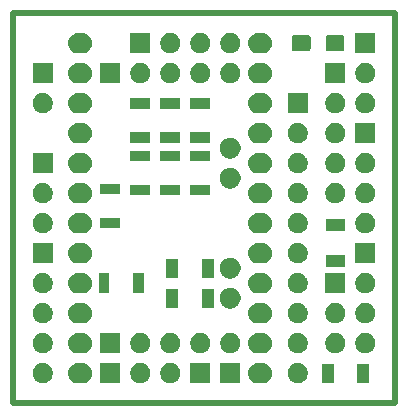
<source format=gbr>
G04 #@! TF.GenerationSoftware,KiCad,Pcbnew,(5.1.5)-3*
G04 #@! TF.CreationDate,2020-06-20T18:05:57+02:00*
G04 #@! TF.ProjectId,openXsensor,6f70656e-5873-4656-9e73-6f722e6b6963,rev?*
G04 #@! TF.SameCoordinates,Original*
G04 #@! TF.FileFunction,Soldermask,Top*
G04 #@! TF.FilePolarity,Negative*
%FSLAX46Y46*%
G04 Gerber Fmt 4.6, Leading zero omitted, Abs format (unit mm)*
G04 Created by KiCad (PCBNEW (5.1.5)-3) date 2020-06-20 18:05:57*
%MOMM*%
%LPD*%
G04 APERTURE LIST*
%ADD10C,0.500000*%
%ADD11C,0.100000*%
G04 APERTURE END LIST*
D10*
X132715000Y-82550000D02*
X132715000Y-115570000D01*
X165100000Y-82550000D02*
X132715000Y-82550000D01*
X165100000Y-115570000D02*
X165100000Y-82550000D01*
X132715000Y-115570000D02*
X165100000Y-115570000D01*
D11*
G36*
X153907112Y-112170565D02*
G01*
X153991695Y-112178896D01*
X154103015Y-112212665D01*
X154154487Y-112228279D01*
X154304507Y-112308466D01*
X154304508Y-112308467D01*
X154304512Y-112308469D01*
X154436012Y-112416388D01*
X154543931Y-112547888D01*
X154543933Y-112547892D01*
X154543934Y-112547893D01*
X154624121Y-112697913D01*
X154624122Y-112697916D01*
X154673504Y-112860705D01*
X154690178Y-113030000D01*
X154673504Y-113199295D01*
X154649648Y-113277936D01*
X154624121Y-113362087D01*
X154586418Y-113432624D01*
X154543931Y-113512112D01*
X154436012Y-113643612D01*
X154304512Y-113751531D01*
X154304508Y-113751533D01*
X154304507Y-113751534D01*
X154154487Y-113831721D01*
X154154484Y-113831722D01*
X153991695Y-113881104D01*
X153907112Y-113889435D01*
X153864821Y-113893600D01*
X153475179Y-113893600D01*
X153432888Y-113889435D01*
X153348305Y-113881104D01*
X153185516Y-113831722D01*
X153185513Y-113831721D01*
X153035493Y-113751534D01*
X153035492Y-113751533D01*
X153035488Y-113751531D01*
X152903988Y-113643612D01*
X152796069Y-113512112D01*
X152753582Y-113432624D01*
X152715879Y-113362087D01*
X152690352Y-113277936D01*
X152666496Y-113199295D01*
X152649822Y-113030000D01*
X152666496Y-112860705D01*
X152715878Y-112697916D01*
X152715879Y-112697913D01*
X152796066Y-112547893D01*
X152796067Y-112547892D01*
X152796069Y-112547888D01*
X152903988Y-112416388D01*
X153035488Y-112308469D01*
X153035492Y-112308467D01*
X153035493Y-112308466D01*
X153185513Y-112228279D01*
X153236985Y-112212665D01*
X153348305Y-112178896D01*
X153432888Y-112170565D01*
X153475179Y-112166400D01*
X153864821Y-112166400D01*
X153907112Y-112170565D01*
G37*
G36*
X138667112Y-112170565D02*
G01*
X138751695Y-112178896D01*
X138863015Y-112212665D01*
X138914487Y-112228279D01*
X139064507Y-112308466D01*
X139064508Y-112308467D01*
X139064512Y-112308469D01*
X139196012Y-112416388D01*
X139303931Y-112547888D01*
X139303933Y-112547892D01*
X139303934Y-112547893D01*
X139384121Y-112697913D01*
X139384122Y-112697916D01*
X139433504Y-112860705D01*
X139450178Y-113030000D01*
X139433504Y-113199295D01*
X139409648Y-113277936D01*
X139384121Y-113362087D01*
X139346418Y-113432624D01*
X139303931Y-113512112D01*
X139196012Y-113643612D01*
X139064512Y-113751531D01*
X139064508Y-113751533D01*
X139064507Y-113751534D01*
X138914487Y-113831721D01*
X138914484Y-113831722D01*
X138751695Y-113881104D01*
X138667112Y-113889435D01*
X138624821Y-113893600D01*
X138235179Y-113893600D01*
X138192888Y-113889435D01*
X138108305Y-113881104D01*
X137945516Y-113831722D01*
X137945513Y-113831721D01*
X137795493Y-113751534D01*
X137795492Y-113751533D01*
X137795488Y-113751531D01*
X137663988Y-113643612D01*
X137556069Y-113512112D01*
X137513582Y-113432624D01*
X137475879Y-113362087D01*
X137450352Y-113277936D01*
X137426496Y-113199295D01*
X137409822Y-113030000D01*
X137426496Y-112860705D01*
X137475878Y-112697916D01*
X137475879Y-112697913D01*
X137556066Y-112547893D01*
X137556067Y-112547892D01*
X137556069Y-112547888D01*
X137663988Y-112416388D01*
X137795488Y-112308469D01*
X137795492Y-112308467D01*
X137795493Y-112308466D01*
X137945513Y-112228279D01*
X137996985Y-112212665D01*
X138108305Y-112178896D01*
X138192888Y-112170565D01*
X138235179Y-112166400D01*
X138624821Y-112166400D01*
X138667112Y-112170565D01*
G37*
G36*
X157092935Y-112212664D02*
G01*
X157247624Y-112276739D01*
X157247626Y-112276740D01*
X157386844Y-112369762D01*
X157505238Y-112488156D01*
X157598260Y-112627374D01*
X157598261Y-112627376D01*
X157662336Y-112782065D01*
X157695000Y-112946281D01*
X157695000Y-113113719D01*
X157662336Y-113277935D01*
X157598261Y-113432624D01*
X157598260Y-113432626D01*
X157505238Y-113571844D01*
X157386844Y-113690238D01*
X157247626Y-113783260D01*
X157247625Y-113783261D01*
X157247624Y-113783261D01*
X157092935Y-113847336D01*
X156928719Y-113880000D01*
X156761281Y-113880000D01*
X156597065Y-113847336D01*
X156442376Y-113783261D01*
X156442375Y-113783261D01*
X156442374Y-113783260D01*
X156303156Y-113690238D01*
X156184762Y-113571844D01*
X156091740Y-113432626D01*
X156091739Y-113432624D01*
X156027664Y-113277935D01*
X155995000Y-113113719D01*
X155995000Y-112946281D01*
X156027664Y-112782065D01*
X156091739Y-112627376D01*
X156091740Y-112627374D01*
X156184762Y-112488156D01*
X156303156Y-112369762D01*
X156442374Y-112276740D01*
X156442376Y-112276739D01*
X156597065Y-112212664D01*
X156761281Y-112180000D01*
X156928719Y-112180000D01*
X157092935Y-112212664D01*
G37*
G36*
X146297935Y-112212664D02*
G01*
X146452624Y-112276739D01*
X146452626Y-112276740D01*
X146591844Y-112369762D01*
X146710238Y-112488156D01*
X146803260Y-112627374D01*
X146803261Y-112627376D01*
X146867336Y-112782065D01*
X146900000Y-112946281D01*
X146900000Y-113113719D01*
X146867336Y-113277935D01*
X146803261Y-113432624D01*
X146803260Y-113432626D01*
X146710238Y-113571844D01*
X146591844Y-113690238D01*
X146452626Y-113783260D01*
X146452625Y-113783261D01*
X146452624Y-113783261D01*
X146297935Y-113847336D01*
X146133719Y-113880000D01*
X145966281Y-113880000D01*
X145802065Y-113847336D01*
X145647376Y-113783261D01*
X145647375Y-113783261D01*
X145647374Y-113783260D01*
X145508156Y-113690238D01*
X145389762Y-113571844D01*
X145296740Y-113432626D01*
X145296739Y-113432624D01*
X145232664Y-113277935D01*
X145200000Y-113113719D01*
X145200000Y-112946281D01*
X145232664Y-112782065D01*
X145296739Y-112627376D01*
X145296740Y-112627374D01*
X145389762Y-112488156D01*
X145508156Y-112369762D01*
X145647374Y-112276740D01*
X145647376Y-112276739D01*
X145802065Y-112212664D01*
X145966281Y-112180000D01*
X146133719Y-112180000D01*
X146297935Y-112212664D01*
G37*
G36*
X149440000Y-113880000D02*
G01*
X147740000Y-113880000D01*
X147740000Y-112180000D01*
X149440000Y-112180000D01*
X149440000Y-113880000D01*
G37*
G36*
X135502935Y-112212664D02*
G01*
X135657624Y-112276739D01*
X135657626Y-112276740D01*
X135796844Y-112369762D01*
X135915238Y-112488156D01*
X136008260Y-112627374D01*
X136008261Y-112627376D01*
X136072336Y-112782065D01*
X136105000Y-112946281D01*
X136105000Y-113113719D01*
X136072336Y-113277935D01*
X136008261Y-113432624D01*
X136008260Y-113432626D01*
X135915238Y-113571844D01*
X135796844Y-113690238D01*
X135657626Y-113783260D01*
X135657625Y-113783261D01*
X135657624Y-113783261D01*
X135502935Y-113847336D01*
X135338719Y-113880000D01*
X135171281Y-113880000D01*
X135007065Y-113847336D01*
X134852376Y-113783261D01*
X134852375Y-113783261D01*
X134852374Y-113783260D01*
X134713156Y-113690238D01*
X134594762Y-113571844D01*
X134501740Y-113432626D01*
X134501739Y-113432624D01*
X134437664Y-113277935D01*
X134405000Y-113113719D01*
X134405000Y-112946281D01*
X134437664Y-112782065D01*
X134501739Y-112627376D01*
X134501740Y-112627374D01*
X134594762Y-112488156D01*
X134713156Y-112369762D01*
X134852374Y-112276740D01*
X134852376Y-112276739D01*
X135007065Y-112212664D01*
X135171281Y-112180000D01*
X135338719Y-112180000D01*
X135502935Y-112212664D01*
G37*
G36*
X151980000Y-113880000D02*
G01*
X150280000Y-113880000D01*
X150280000Y-112180000D01*
X151980000Y-112180000D01*
X151980000Y-113880000D01*
G37*
G36*
X141820000Y-113880000D02*
G01*
X140120000Y-113880000D01*
X140120000Y-112180000D01*
X141820000Y-112180000D01*
X141820000Y-113880000D01*
G37*
G36*
X143757935Y-112212664D02*
G01*
X143912624Y-112276739D01*
X143912626Y-112276740D01*
X144051844Y-112369762D01*
X144170238Y-112488156D01*
X144263260Y-112627374D01*
X144263261Y-112627376D01*
X144327336Y-112782065D01*
X144360000Y-112946281D01*
X144360000Y-113113719D01*
X144327336Y-113277935D01*
X144263261Y-113432624D01*
X144263260Y-113432626D01*
X144170238Y-113571844D01*
X144051844Y-113690238D01*
X143912626Y-113783260D01*
X143912625Y-113783261D01*
X143912624Y-113783261D01*
X143757935Y-113847336D01*
X143593719Y-113880000D01*
X143426281Y-113880000D01*
X143262065Y-113847336D01*
X143107376Y-113783261D01*
X143107375Y-113783261D01*
X143107374Y-113783260D01*
X142968156Y-113690238D01*
X142849762Y-113571844D01*
X142756740Y-113432626D01*
X142756739Y-113432624D01*
X142692664Y-113277935D01*
X142660000Y-113113719D01*
X142660000Y-112946281D01*
X142692664Y-112782065D01*
X142756739Y-112627376D01*
X142756740Y-112627374D01*
X142849762Y-112488156D01*
X142968156Y-112369762D01*
X143107374Y-112276740D01*
X143107376Y-112276739D01*
X143262065Y-112212664D01*
X143426281Y-112180000D01*
X143593719Y-112180000D01*
X143757935Y-112212664D01*
G37*
G36*
X159885000Y-113830000D02*
G01*
X158885000Y-113830000D01*
X158885000Y-112230000D01*
X159885000Y-112230000D01*
X159885000Y-113830000D01*
G37*
G36*
X162885000Y-113830000D02*
G01*
X161885000Y-113830000D01*
X161885000Y-112230000D01*
X162885000Y-112230000D01*
X162885000Y-113830000D01*
G37*
G36*
X153907112Y-109630565D02*
G01*
X153991695Y-109638896D01*
X154103015Y-109672665D01*
X154154487Y-109688279D01*
X154304507Y-109768466D01*
X154304508Y-109768467D01*
X154304512Y-109768469D01*
X154436012Y-109876388D01*
X154543931Y-110007888D01*
X154543933Y-110007892D01*
X154543934Y-110007893D01*
X154624121Y-110157913D01*
X154624122Y-110157916D01*
X154673504Y-110320705D01*
X154690178Y-110490000D01*
X154673504Y-110659295D01*
X154649648Y-110737936D01*
X154624121Y-110822087D01*
X154586418Y-110892624D01*
X154543931Y-110972112D01*
X154436012Y-111103612D01*
X154304512Y-111211531D01*
X154304508Y-111211533D01*
X154304507Y-111211534D01*
X154154487Y-111291721D01*
X154154484Y-111291722D01*
X153991695Y-111341104D01*
X153907112Y-111349435D01*
X153864821Y-111353600D01*
X153475179Y-111353600D01*
X153432888Y-111349435D01*
X153348305Y-111341104D01*
X153185516Y-111291722D01*
X153185513Y-111291721D01*
X153035493Y-111211534D01*
X153035492Y-111211533D01*
X153035488Y-111211531D01*
X152903988Y-111103612D01*
X152796069Y-110972112D01*
X152753582Y-110892624D01*
X152715879Y-110822087D01*
X152690352Y-110737936D01*
X152666496Y-110659295D01*
X152649822Y-110490000D01*
X152666496Y-110320705D01*
X152715878Y-110157916D01*
X152715879Y-110157913D01*
X152796066Y-110007893D01*
X152796067Y-110007892D01*
X152796069Y-110007888D01*
X152903988Y-109876388D01*
X153035488Y-109768469D01*
X153035492Y-109768467D01*
X153035493Y-109768466D01*
X153185513Y-109688279D01*
X153236985Y-109672665D01*
X153348305Y-109638896D01*
X153432888Y-109630565D01*
X153475179Y-109626400D01*
X153864821Y-109626400D01*
X153907112Y-109630565D01*
G37*
G36*
X138667112Y-109630565D02*
G01*
X138751695Y-109638896D01*
X138863015Y-109672665D01*
X138914487Y-109688279D01*
X139064507Y-109768466D01*
X139064508Y-109768467D01*
X139064512Y-109768469D01*
X139196012Y-109876388D01*
X139303931Y-110007888D01*
X139303933Y-110007892D01*
X139303934Y-110007893D01*
X139384121Y-110157913D01*
X139384122Y-110157916D01*
X139433504Y-110320705D01*
X139450178Y-110490000D01*
X139433504Y-110659295D01*
X139409648Y-110737936D01*
X139384121Y-110822087D01*
X139346418Y-110892624D01*
X139303931Y-110972112D01*
X139196012Y-111103612D01*
X139064512Y-111211531D01*
X139064508Y-111211533D01*
X139064507Y-111211534D01*
X138914487Y-111291721D01*
X138914484Y-111291722D01*
X138751695Y-111341104D01*
X138667112Y-111349435D01*
X138624821Y-111353600D01*
X138235179Y-111353600D01*
X138192888Y-111349435D01*
X138108305Y-111341104D01*
X137945516Y-111291722D01*
X137945513Y-111291721D01*
X137795493Y-111211534D01*
X137795492Y-111211533D01*
X137795488Y-111211531D01*
X137663988Y-111103612D01*
X137556069Y-110972112D01*
X137513582Y-110892624D01*
X137475879Y-110822087D01*
X137450352Y-110737936D01*
X137426496Y-110659295D01*
X137409822Y-110490000D01*
X137426496Y-110320705D01*
X137475878Y-110157916D01*
X137475879Y-110157913D01*
X137556066Y-110007893D01*
X137556067Y-110007892D01*
X137556069Y-110007888D01*
X137663988Y-109876388D01*
X137795488Y-109768469D01*
X137795492Y-109768467D01*
X137795493Y-109768466D01*
X137945513Y-109688279D01*
X137996985Y-109672665D01*
X138108305Y-109638896D01*
X138192888Y-109630565D01*
X138235179Y-109626400D01*
X138624821Y-109626400D01*
X138667112Y-109630565D01*
G37*
G36*
X141820000Y-111340000D02*
G01*
X140120000Y-111340000D01*
X140120000Y-109640000D01*
X141820000Y-109640000D01*
X141820000Y-111340000D01*
G37*
G36*
X146297935Y-109672664D02*
G01*
X146452624Y-109736739D01*
X146452626Y-109736740D01*
X146591844Y-109829762D01*
X146710238Y-109948156D01*
X146803260Y-110087374D01*
X146803261Y-110087376D01*
X146867336Y-110242065D01*
X146900000Y-110406281D01*
X146900000Y-110573719D01*
X146867336Y-110737935D01*
X146803261Y-110892624D01*
X146803260Y-110892626D01*
X146710238Y-111031844D01*
X146591844Y-111150238D01*
X146452626Y-111243260D01*
X146452625Y-111243261D01*
X146452624Y-111243261D01*
X146297935Y-111307336D01*
X146133719Y-111340000D01*
X145966281Y-111340000D01*
X145802065Y-111307336D01*
X145647376Y-111243261D01*
X145647375Y-111243261D01*
X145647374Y-111243260D01*
X145508156Y-111150238D01*
X145389762Y-111031844D01*
X145296740Y-110892626D01*
X145296739Y-110892624D01*
X145232664Y-110737935D01*
X145200000Y-110573719D01*
X145200000Y-110406281D01*
X145232664Y-110242065D01*
X145296739Y-110087376D01*
X145296740Y-110087374D01*
X145389762Y-109948156D01*
X145508156Y-109829762D01*
X145647374Y-109736740D01*
X145647376Y-109736739D01*
X145802065Y-109672664D01*
X145966281Y-109640000D01*
X146133719Y-109640000D01*
X146297935Y-109672664D01*
G37*
G36*
X157092935Y-109672664D02*
G01*
X157247624Y-109736739D01*
X157247626Y-109736740D01*
X157386844Y-109829762D01*
X157505238Y-109948156D01*
X157598260Y-110087374D01*
X157598261Y-110087376D01*
X157662336Y-110242065D01*
X157695000Y-110406281D01*
X157695000Y-110573719D01*
X157662336Y-110737935D01*
X157598261Y-110892624D01*
X157598260Y-110892626D01*
X157505238Y-111031844D01*
X157386844Y-111150238D01*
X157247626Y-111243260D01*
X157247625Y-111243261D01*
X157247624Y-111243261D01*
X157092935Y-111307336D01*
X156928719Y-111340000D01*
X156761281Y-111340000D01*
X156597065Y-111307336D01*
X156442376Y-111243261D01*
X156442375Y-111243261D01*
X156442374Y-111243260D01*
X156303156Y-111150238D01*
X156184762Y-111031844D01*
X156091740Y-110892626D01*
X156091739Y-110892624D01*
X156027664Y-110737935D01*
X155995000Y-110573719D01*
X155995000Y-110406281D01*
X156027664Y-110242065D01*
X156091739Y-110087376D01*
X156091740Y-110087374D01*
X156184762Y-109948156D01*
X156303156Y-109829762D01*
X156442374Y-109736740D01*
X156442376Y-109736739D01*
X156597065Y-109672664D01*
X156761281Y-109640000D01*
X156928719Y-109640000D01*
X157092935Y-109672664D01*
G37*
G36*
X143757935Y-109672664D02*
G01*
X143912624Y-109736739D01*
X143912626Y-109736740D01*
X144051844Y-109829762D01*
X144170238Y-109948156D01*
X144263260Y-110087374D01*
X144263261Y-110087376D01*
X144327336Y-110242065D01*
X144360000Y-110406281D01*
X144360000Y-110573719D01*
X144327336Y-110737935D01*
X144263261Y-110892624D01*
X144263260Y-110892626D01*
X144170238Y-111031844D01*
X144051844Y-111150238D01*
X143912626Y-111243260D01*
X143912625Y-111243261D01*
X143912624Y-111243261D01*
X143757935Y-111307336D01*
X143593719Y-111340000D01*
X143426281Y-111340000D01*
X143262065Y-111307336D01*
X143107376Y-111243261D01*
X143107375Y-111243261D01*
X143107374Y-111243260D01*
X142968156Y-111150238D01*
X142849762Y-111031844D01*
X142756740Y-110892626D01*
X142756739Y-110892624D01*
X142692664Y-110737935D01*
X142660000Y-110573719D01*
X142660000Y-110406281D01*
X142692664Y-110242065D01*
X142756739Y-110087376D01*
X142756740Y-110087374D01*
X142849762Y-109948156D01*
X142968156Y-109829762D01*
X143107374Y-109736740D01*
X143107376Y-109736739D01*
X143262065Y-109672664D01*
X143426281Y-109640000D01*
X143593719Y-109640000D01*
X143757935Y-109672664D01*
G37*
G36*
X135502935Y-109672664D02*
G01*
X135657624Y-109736739D01*
X135657626Y-109736740D01*
X135796844Y-109829762D01*
X135915238Y-109948156D01*
X136008260Y-110087374D01*
X136008261Y-110087376D01*
X136072336Y-110242065D01*
X136105000Y-110406281D01*
X136105000Y-110573719D01*
X136072336Y-110737935D01*
X136008261Y-110892624D01*
X136008260Y-110892626D01*
X135915238Y-111031844D01*
X135796844Y-111150238D01*
X135657626Y-111243260D01*
X135657625Y-111243261D01*
X135657624Y-111243261D01*
X135502935Y-111307336D01*
X135338719Y-111340000D01*
X135171281Y-111340000D01*
X135007065Y-111307336D01*
X134852376Y-111243261D01*
X134852375Y-111243261D01*
X134852374Y-111243260D01*
X134713156Y-111150238D01*
X134594762Y-111031844D01*
X134501740Y-110892626D01*
X134501739Y-110892624D01*
X134437664Y-110737935D01*
X134405000Y-110573719D01*
X134405000Y-110406281D01*
X134437664Y-110242065D01*
X134501739Y-110087376D01*
X134501740Y-110087374D01*
X134594762Y-109948156D01*
X134713156Y-109829762D01*
X134852374Y-109736740D01*
X134852376Y-109736739D01*
X135007065Y-109672664D01*
X135171281Y-109640000D01*
X135338719Y-109640000D01*
X135502935Y-109672664D01*
G37*
G36*
X162807935Y-109672664D02*
G01*
X162962624Y-109736739D01*
X162962626Y-109736740D01*
X163101844Y-109829762D01*
X163220238Y-109948156D01*
X163313260Y-110087374D01*
X163313261Y-110087376D01*
X163377336Y-110242065D01*
X163410000Y-110406281D01*
X163410000Y-110573719D01*
X163377336Y-110737935D01*
X163313261Y-110892624D01*
X163313260Y-110892626D01*
X163220238Y-111031844D01*
X163101844Y-111150238D01*
X162962626Y-111243260D01*
X162962625Y-111243261D01*
X162962624Y-111243261D01*
X162807935Y-111307336D01*
X162643719Y-111340000D01*
X162476281Y-111340000D01*
X162312065Y-111307336D01*
X162157376Y-111243261D01*
X162157375Y-111243261D01*
X162157374Y-111243260D01*
X162018156Y-111150238D01*
X161899762Y-111031844D01*
X161806740Y-110892626D01*
X161806739Y-110892624D01*
X161742664Y-110737935D01*
X161710000Y-110573719D01*
X161710000Y-110406281D01*
X161742664Y-110242065D01*
X161806739Y-110087376D01*
X161806740Y-110087374D01*
X161899762Y-109948156D01*
X162018156Y-109829762D01*
X162157374Y-109736740D01*
X162157376Y-109736739D01*
X162312065Y-109672664D01*
X162476281Y-109640000D01*
X162643719Y-109640000D01*
X162807935Y-109672664D01*
G37*
G36*
X151377935Y-109672664D02*
G01*
X151532624Y-109736739D01*
X151532626Y-109736740D01*
X151671844Y-109829762D01*
X151790238Y-109948156D01*
X151883260Y-110087374D01*
X151883261Y-110087376D01*
X151947336Y-110242065D01*
X151980000Y-110406281D01*
X151980000Y-110573719D01*
X151947336Y-110737935D01*
X151883261Y-110892624D01*
X151883260Y-110892626D01*
X151790238Y-111031844D01*
X151671844Y-111150238D01*
X151532626Y-111243260D01*
X151532625Y-111243261D01*
X151532624Y-111243261D01*
X151377935Y-111307336D01*
X151213719Y-111340000D01*
X151046281Y-111340000D01*
X150882065Y-111307336D01*
X150727376Y-111243261D01*
X150727375Y-111243261D01*
X150727374Y-111243260D01*
X150588156Y-111150238D01*
X150469762Y-111031844D01*
X150376740Y-110892626D01*
X150376739Y-110892624D01*
X150312664Y-110737935D01*
X150280000Y-110573719D01*
X150280000Y-110406281D01*
X150312664Y-110242065D01*
X150376739Y-110087376D01*
X150376740Y-110087374D01*
X150469762Y-109948156D01*
X150588156Y-109829762D01*
X150727374Y-109736740D01*
X150727376Y-109736739D01*
X150882065Y-109672664D01*
X151046281Y-109640000D01*
X151213719Y-109640000D01*
X151377935Y-109672664D01*
G37*
G36*
X148837935Y-109672664D02*
G01*
X148992624Y-109736739D01*
X148992626Y-109736740D01*
X149131844Y-109829762D01*
X149250238Y-109948156D01*
X149343260Y-110087374D01*
X149343261Y-110087376D01*
X149407336Y-110242065D01*
X149440000Y-110406281D01*
X149440000Y-110573719D01*
X149407336Y-110737935D01*
X149343261Y-110892624D01*
X149343260Y-110892626D01*
X149250238Y-111031844D01*
X149131844Y-111150238D01*
X148992626Y-111243260D01*
X148992625Y-111243261D01*
X148992624Y-111243261D01*
X148837935Y-111307336D01*
X148673719Y-111340000D01*
X148506281Y-111340000D01*
X148342065Y-111307336D01*
X148187376Y-111243261D01*
X148187375Y-111243261D01*
X148187374Y-111243260D01*
X148048156Y-111150238D01*
X147929762Y-111031844D01*
X147836740Y-110892626D01*
X147836739Y-110892624D01*
X147772664Y-110737935D01*
X147740000Y-110573719D01*
X147740000Y-110406281D01*
X147772664Y-110242065D01*
X147836739Y-110087376D01*
X147836740Y-110087374D01*
X147929762Y-109948156D01*
X148048156Y-109829762D01*
X148187374Y-109736740D01*
X148187376Y-109736739D01*
X148342065Y-109672664D01*
X148506281Y-109640000D01*
X148673719Y-109640000D01*
X148837935Y-109672664D01*
G37*
G36*
X160267935Y-109672664D02*
G01*
X160422624Y-109736739D01*
X160422626Y-109736740D01*
X160561844Y-109829762D01*
X160680238Y-109948156D01*
X160773260Y-110087374D01*
X160773261Y-110087376D01*
X160837336Y-110242065D01*
X160870000Y-110406281D01*
X160870000Y-110573719D01*
X160837336Y-110737935D01*
X160773261Y-110892624D01*
X160773260Y-110892626D01*
X160680238Y-111031844D01*
X160561844Y-111150238D01*
X160422626Y-111243260D01*
X160422625Y-111243261D01*
X160422624Y-111243261D01*
X160267935Y-111307336D01*
X160103719Y-111340000D01*
X159936281Y-111340000D01*
X159772065Y-111307336D01*
X159617376Y-111243261D01*
X159617375Y-111243261D01*
X159617374Y-111243260D01*
X159478156Y-111150238D01*
X159359762Y-111031844D01*
X159266740Y-110892626D01*
X159266739Y-110892624D01*
X159202664Y-110737935D01*
X159170000Y-110573719D01*
X159170000Y-110406281D01*
X159202664Y-110242065D01*
X159266739Y-110087376D01*
X159266740Y-110087374D01*
X159359762Y-109948156D01*
X159478156Y-109829762D01*
X159617374Y-109736740D01*
X159617376Y-109736739D01*
X159772065Y-109672664D01*
X159936281Y-109640000D01*
X160103719Y-109640000D01*
X160267935Y-109672664D01*
G37*
G36*
X138667112Y-107090565D02*
G01*
X138751695Y-107098896D01*
X138863015Y-107132665D01*
X138914487Y-107148279D01*
X139064507Y-107228466D01*
X139064508Y-107228467D01*
X139064512Y-107228469D01*
X139196012Y-107336388D01*
X139303931Y-107467888D01*
X139303933Y-107467892D01*
X139303934Y-107467893D01*
X139384121Y-107617913D01*
X139384122Y-107617916D01*
X139433504Y-107780705D01*
X139450178Y-107950000D01*
X139433504Y-108119295D01*
X139409648Y-108197936D01*
X139384121Y-108282087D01*
X139346418Y-108352624D01*
X139303931Y-108432112D01*
X139196012Y-108563612D01*
X139064512Y-108671531D01*
X139064508Y-108671533D01*
X139064507Y-108671534D01*
X138914487Y-108751721D01*
X138914484Y-108751722D01*
X138751695Y-108801104D01*
X138667112Y-108809435D01*
X138624821Y-108813600D01*
X138235179Y-108813600D01*
X138192888Y-108809435D01*
X138108305Y-108801104D01*
X137945516Y-108751722D01*
X137945513Y-108751721D01*
X137795493Y-108671534D01*
X137795492Y-108671533D01*
X137795488Y-108671531D01*
X137663988Y-108563612D01*
X137556069Y-108432112D01*
X137513582Y-108352624D01*
X137475879Y-108282087D01*
X137450352Y-108197936D01*
X137426496Y-108119295D01*
X137409822Y-107950000D01*
X137426496Y-107780705D01*
X137475878Y-107617916D01*
X137475879Y-107617913D01*
X137556066Y-107467893D01*
X137556067Y-107467892D01*
X137556069Y-107467888D01*
X137663988Y-107336388D01*
X137795488Y-107228469D01*
X137795492Y-107228467D01*
X137795493Y-107228466D01*
X137945513Y-107148279D01*
X137996985Y-107132665D01*
X138108305Y-107098896D01*
X138192888Y-107090565D01*
X138235179Y-107086400D01*
X138624821Y-107086400D01*
X138667112Y-107090565D01*
G37*
G36*
X153907112Y-107090565D02*
G01*
X153991695Y-107098896D01*
X154103015Y-107132665D01*
X154154487Y-107148279D01*
X154304507Y-107228466D01*
X154304508Y-107228467D01*
X154304512Y-107228469D01*
X154436012Y-107336388D01*
X154543931Y-107467888D01*
X154543933Y-107467892D01*
X154543934Y-107467893D01*
X154624121Y-107617913D01*
X154624122Y-107617916D01*
X154673504Y-107780705D01*
X154690178Y-107950000D01*
X154673504Y-108119295D01*
X154649648Y-108197936D01*
X154624121Y-108282087D01*
X154586418Y-108352624D01*
X154543931Y-108432112D01*
X154436012Y-108563612D01*
X154304512Y-108671531D01*
X154304508Y-108671533D01*
X154304507Y-108671534D01*
X154154487Y-108751721D01*
X154154484Y-108751722D01*
X153991695Y-108801104D01*
X153907112Y-108809435D01*
X153864821Y-108813600D01*
X153475179Y-108813600D01*
X153432888Y-108809435D01*
X153348305Y-108801104D01*
X153185516Y-108751722D01*
X153185513Y-108751721D01*
X153035493Y-108671534D01*
X153035492Y-108671533D01*
X153035488Y-108671531D01*
X152903988Y-108563612D01*
X152796069Y-108432112D01*
X152753582Y-108352624D01*
X152715879Y-108282087D01*
X152690352Y-108197936D01*
X152666496Y-108119295D01*
X152649822Y-107950000D01*
X152666496Y-107780705D01*
X152715878Y-107617916D01*
X152715879Y-107617913D01*
X152796066Y-107467893D01*
X152796067Y-107467892D01*
X152796069Y-107467888D01*
X152903988Y-107336388D01*
X153035488Y-107228469D01*
X153035492Y-107228467D01*
X153035493Y-107228466D01*
X153185513Y-107148279D01*
X153236985Y-107132665D01*
X153348305Y-107098896D01*
X153432888Y-107090565D01*
X153475179Y-107086400D01*
X153864821Y-107086400D01*
X153907112Y-107090565D01*
G37*
G36*
X162807935Y-107132664D02*
G01*
X162962624Y-107196739D01*
X162962626Y-107196740D01*
X163101844Y-107289762D01*
X163220238Y-107408156D01*
X163268242Y-107480000D01*
X163313261Y-107547376D01*
X163377336Y-107702065D01*
X163410000Y-107866281D01*
X163410000Y-108033719D01*
X163377336Y-108197935D01*
X163313261Y-108352624D01*
X163313260Y-108352626D01*
X163220238Y-108491844D01*
X163101844Y-108610238D01*
X162962626Y-108703260D01*
X162962625Y-108703261D01*
X162962624Y-108703261D01*
X162807935Y-108767336D01*
X162643719Y-108800000D01*
X162476281Y-108800000D01*
X162312065Y-108767336D01*
X162157376Y-108703261D01*
X162157375Y-108703261D01*
X162157374Y-108703260D01*
X162018156Y-108610238D01*
X161899762Y-108491844D01*
X161806740Y-108352626D01*
X161806739Y-108352624D01*
X161742664Y-108197935D01*
X161710000Y-108033719D01*
X161710000Y-107866281D01*
X161742664Y-107702065D01*
X161806739Y-107547376D01*
X161851758Y-107480000D01*
X161899762Y-107408156D01*
X162018156Y-107289762D01*
X162157374Y-107196740D01*
X162157376Y-107196739D01*
X162312065Y-107132664D01*
X162476281Y-107100000D01*
X162643719Y-107100000D01*
X162807935Y-107132664D01*
G37*
G36*
X160267935Y-107132664D02*
G01*
X160422624Y-107196739D01*
X160422626Y-107196740D01*
X160561844Y-107289762D01*
X160680238Y-107408156D01*
X160728242Y-107480000D01*
X160773261Y-107547376D01*
X160837336Y-107702065D01*
X160870000Y-107866281D01*
X160870000Y-108033719D01*
X160837336Y-108197935D01*
X160773261Y-108352624D01*
X160773260Y-108352626D01*
X160680238Y-108491844D01*
X160561844Y-108610238D01*
X160422626Y-108703260D01*
X160422625Y-108703261D01*
X160422624Y-108703261D01*
X160267935Y-108767336D01*
X160103719Y-108800000D01*
X159936281Y-108800000D01*
X159772065Y-108767336D01*
X159617376Y-108703261D01*
X159617375Y-108703261D01*
X159617374Y-108703260D01*
X159478156Y-108610238D01*
X159359762Y-108491844D01*
X159266740Y-108352626D01*
X159266739Y-108352624D01*
X159202664Y-108197935D01*
X159170000Y-108033719D01*
X159170000Y-107866281D01*
X159202664Y-107702065D01*
X159266739Y-107547376D01*
X159311758Y-107480000D01*
X159359762Y-107408156D01*
X159478156Y-107289762D01*
X159617374Y-107196740D01*
X159617376Y-107196739D01*
X159772065Y-107132664D01*
X159936281Y-107100000D01*
X160103719Y-107100000D01*
X160267935Y-107132664D01*
G37*
G36*
X135502935Y-107132664D02*
G01*
X135657624Y-107196739D01*
X135657626Y-107196740D01*
X135796844Y-107289762D01*
X135915238Y-107408156D01*
X135963242Y-107480000D01*
X136008261Y-107547376D01*
X136072336Y-107702065D01*
X136105000Y-107866281D01*
X136105000Y-108033719D01*
X136072336Y-108197935D01*
X136008261Y-108352624D01*
X136008260Y-108352626D01*
X135915238Y-108491844D01*
X135796844Y-108610238D01*
X135657626Y-108703260D01*
X135657625Y-108703261D01*
X135657624Y-108703261D01*
X135502935Y-108767336D01*
X135338719Y-108800000D01*
X135171281Y-108800000D01*
X135007065Y-108767336D01*
X134852376Y-108703261D01*
X134852375Y-108703261D01*
X134852374Y-108703260D01*
X134713156Y-108610238D01*
X134594762Y-108491844D01*
X134501740Y-108352626D01*
X134501739Y-108352624D01*
X134437664Y-108197935D01*
X134405000Y-108033719D01*
X134405000Y-107866281D01*
X134437664Y-107702065D01*
X134501739Y-107547376D01*
X134546758Y-107480000D01*
X134594762Y-107408156D01*
X134713156Y-107289762D01*
X134852374Y-107196740D01*
X134852376Y-107196739D01*
X135007065Y-107132664D01*
X135171281Y-107100000D01*
X135338719Y-107100000D01*
X135502935Y-107132664D01*
G37*
G36*
X157092935Y-107132664D02*
G01*
X157247624Y-107196739D01*
X157247626Y-107196740D01*
X157386844Y-107289762D01*
X157505238Y-107408156D01*
X157553242Y-107480000D01*
X157598261Y-107547376D01*
X157662336Y-107702065D01*
X157695000Y-107866281D01*
X157695000Y-108033719D01*
X157662336Y-108197935D01*
X157598261Y-108352624D01*
X157598260Y-108352626D01*
X157505238Y-108491844D01*
X157386844Y-108610238D01*
X157247626Y-108703260D01*
X157247625Y-108703261D01*
X157247624Y-108703261D01*
X157092935Y-108767336D01*
X156928719Y-108800000D01*
X156761281Y-108800000D01*
X156597065Y-108767336D01*
X156442376Y-108703261D01*
X156442375Y-108703261D01*
X156442374Y-108703260D01*
X156303156Y-108610238D01*
X156184762Y-108491844D01*
X156091740Y-108352626D01*
X156091739Y-108352624D01*
X156027664Y-108197935D01*
X155995000Y-108033719D01*
X155995000Y-107866281D01*
X156027664Y-107702065D01*
X156091739Y-107547376D01*
X156136758Y-107480000D01*
X156184762Y-107408156D01*
X156303156Y-107289762D01*
X156442374Y-107196740D01*
X156442376Y-107196739D01*
X156597065Y-107132664D01*
X156761281Y-107100000D01*
X156928719Y-107100000D01*
X157092935Y-107132664D01*
G37*
G36*
X151303435Y-105808082D02*
G01*
X151389312Y-105825164D01*
X151503713Y-105872551D01*
X151550938Y-105892112D01*
X151551099Y-105892179D01*
X151696704Y-105989469D01*
X151820531Y-106113296D01*
X151917821Y-106258901D01*
X151984836Y-106420688D01*
X152019000Y-106592441D01*
X152019000Y-106767559D01*
X151984836Y-106939312D01*
X151917821Y-107101099D01*
X151820531Y-107246704D01*
X151696704Y-107370531D01*
X151551099Y-107467821D01*
X151551098Y-107467822D01*
X151551097Y-107467822D01*
X151521697Y-107480000D01*
X151389312Y-107534836D01*
X151217560Y-107569000D01*
X151042440Y-107569000D01*
X150870688Y-107534836D01*
X150738303Y-107480000D01*
X150708903Y-107467822D01*
X150708902Y-107467822D01*
X150708901Y-107467821D01*
X150563296Y-107370531D01*
X150439469Y-107246704D01*
X150342179Y-107101099D01*
X150275164Y-106939312D01*
X150241000Y-106767559D01*
X150241000Y-106592441D01*
X150275164Y-106420688D01*
X150342179Y-106258901D01*
X150439469Y-106113296D01*
X150563296Y-105989469D01*
X150708901Y-105892179D01*
X150709063Y-105892112D01*
X150756287Y-105872551D01*
X150870688Y-105825164D01*
X151042440Y-105791000D01*
X151217560Y-105791000D01*
X151303435Y-105808082D01*
G37*
G36*
X146725000Y-107480000D02*
G01*
X145725000Y-107480000D01*
X145725000Y-105880000D01*
X146725000Y-105880000D01*
X146725000Y-107480000D01*
G37*
G36*
X149725000Y-107480000D02*
G01*
X148725000Y-107480000D01*
X148725000Y-105880000D01*
X149725000Y-105880000D01*
X149725000Y-107480000D01*
G37*
G36*
X138667112Y-104550565D02*
G01*
X138751695Y-104558896D01*
X138863015Y-104592665D01*
X138914487Y-104608279D01*
X139064507Y-104688466D01*
X139064508Y-104688467D01*
X139064512Y-104688469D01*
X139196012Y-104796388D01*
X139303931Y-104927888D01*
X139303933Y-104927892D01*
X139303934Y-104927893D01*
X139384121Y-105077913D01*
X139384122Y-105077916D01*
X139433504Y-105240705D01*
X139450178Y-105410000D01*
X139433504Y-105579295D01*
X139409648Y-105657936D01*
X139384121Y-105742087D01*
X139310405Y-105880000D01*
X139303931Y-105892112D01*
X139196012Y-106023612D01*
X139064512Y-106131531D01*
X139064508Y-106131533D01*
X139064507Y-106131534D01*
X138914487Y-106211721D01*
X138914484Y-106211722D01*
X138751695Y-106261104D01*
X138667112Y-106269435D01*
X138624821Y-106273600D01*
X138235179Y-106273600D01*
X138192888Y-106269435D01*
X138108305Y-106261104D01*
X137945516Y-106211722D01*
X137945513Y-106211721D01*
X137795493Y-106131534D01*
X137795492Y-106131533D01*
X137795488Y-106131531D01*
X137663988Y-106023612D01*
X137556069Y-105892112D01*
X137549595Y-105880000D01*
X137475879Y-105742087D01*
X137450352Y-105657936D01*
X137426496Y-105579295D01*
X137409822Y-105410000D01*
X137426496Y-105240705D01*
X137475878Y-105077916D01*
X137475879Y-105077913D01*
X137556066Y-104927893D01*
X137556067Y-104927892D01*
X137556069Y-104927888D01*
X137663988Y-104796388D01*
X137795488Y-104688469D01*
X137795492Y-104688467D01*
X137795493Y-104688466D01*
X137945513Y-104608279D01*
X137996985Y-104592665D01*
X138108305Y-104558896D01*
X138192888Y-104550565D01*
X138235179Y-104546400D01*
X138624821Y-104546400D01*
X138667112Y-104550565D01*
G37*
G36*
X153907112Y-104550565D02*
G01*
X153991695Y-104558896D01*
X154103015Y-104592665D01*
X154154487Y-104608279D01*
X154304507Y-104688466D01*
X154304508Y-104688467D01*
X154304512Y-104688469D01*
X154436012Y-104796388D01*
X154543931Y-104927888D01*
X154543933Y-104927892D01*
X154543934Y-104927893D01*
X154624121Y-105077913D01*
X154624122Y-105077916D01*
X154673504Y-105240705D01*
X154690178Y-105410000D01*
X154673504Y-105579295D01*
X154649648Y-105657936D01*
X154624121Y-105742087D01*
X154550405Y-105880000D01*
X154543931Y-105892112D01*
X154436012Y-106023612D01*
X154304512Y-106131531D01*
X154304508Y-106131533D01*
X154304507Y-106131534D01*
X154154487Y-106211721D01*
X154154484Y-106211722D01*
X153991695Y-106261104D01*
X153907112Y-106269435D01*
X153864821Y-106273600D01*
X153475179Y-106273600D01*
X153432888Y-106269435D01*
X153348305Y-106261104D01*
X153185516Y-106211722D01*
X153185513Y-106211721D01*
X153035493Y-106131534D01*
X153035492Y-106131533D01*
X153035488Y-106131531D01*
X152903988Y-106023612D01*
X152796069Y-105892112D01*
X152789595Y-105880000D01*
X152715879Y-105742087D01*
X152690352Y-105657936D01*
X152666496Y-105579295D01*
X152649822Y-105410000D01*
X152666496Y-105240705D01*
X152715878Y-105077916D01*
X152715879Y-105077913D01*
X152796066Y-104927893D01*
X152796067Y-104927892D01*
X152796069Y-104927888D01*
X152903988Y-104796388D01*
X153035488Y-104688469D01*
X153035492Y-104688467D01*
X153035493Y-104688466D01*
X153185513Y-104608279D01*
X153236985Y-104592665D01*
X153348305Y-104558896D01*
X153432888Y-104550565D01*
X153475179Y-104546400D01*
X153864821Y-104546400D01*
X153907112Y-104550565D01*
G37*
G36*
X140912000Y-106260000D02*
G01*
X140012000Y-106260000D01*
X140012000Y-104560000D01*
X140912000Y-104560000D01*
X140912000Y-106260000D01*
G37*
G36*
X160870000Y-106260000D02*
G01*
X159170000Y-106260000D01*
X159170000Y-104560000D01*
X160870000Y-104560000D01*
X160870000Y-106260000D01*
G37*
G36*
X143812000Y-106260000D02*
G01*
X142912000Y-106260000D01*
X142912000Y-104560000D01*
X143812000Y-104560000D01*
X143812000Y-106260000D01*
G37*
G36*
X157092935Y-104592664D02*
G01*
X157247624Y-104656739D01*
X157247626Y-104656740D01*
X157386844Y-104749762D01*
X157505238Y-104868156D01*
X157553242Y-104940000D01*
X157598261Y-105007376D01*
X157662336Y-105162065D01*
X157695000Y-105326281D01*
X157695000Y-105493719D01*
X157662336Y-105657935D01*
X157607218Y-105791000D01*
X157598260Y-105812626D01*
X157505238Y-105951844D01*
X157386844Y-106070238D01*
X157247626Y-106163260D01*
X157247625Y-106163261D01*
X157247624Y-106163261D01*
X157092935Y-106227336D01*
X156928719Y-106260000D01*
X156761281Y-106260000D01*
X156597065Y-106227336D01*
X156442376Y-106163261D01*
X156442375Y-106163261D01*
X156442374Y-106163260D01*
X156303156Y-106070238D01*
X156184762Y-105951844D01*
X156091740Y-105812626D01*
X156082782Y-105791000D01*
X156027664Y-105657935D01*
X155995000Y-105493719D01*
X155995000Y-105326281D01*
X156027664Y-105162065D01*
X156091739Y-105007376D01*
X156136758Y-104940000D01*
X156184762Y-104868156D01*
X156303156Y-104749762D01*
X156442374Y-104656740D01*
X156442376Y-104656739D01*
X156597065Y-104592664D01*
X156761281Y-104560000D01*
X156928719Y-104560000D01*
X157092935Y-104592664D01*
G37*
G36*
X162807935Y-104592664D02*
G01*
X162962624Y-104656739D01*
X162962626Y-104656740D01*
X163101844Y-104749762D01*
X163220238Y-104868156D01*
X163268242Y-104940000D01*
X163313261Y-105007376D01*
X163377336Y-105162065D01*
X163410000Y-105326281D01*
X163410000Y-105493719D01*
X163377336Y-105657935D01*
X163322218Y-105791000D01*
X163313260Y-105812626D01*
X163220238Y-105951844D01*
X163101844Y-106070238D01*
X162962626Y-106163260D01*
X162962625Y-106163261D01*
X162962624Y-106163261D01*
X162807935Y-106227336D01*
X162643719Y-106260000D01*
X162476281Y-106260000D01*
X162312065Y-106227336D01*
X162157376Y-106163261D01*
X162157375Y-106163261D01*
X162157374Y-106163260D01*
X162018156Y-106070238D01*
X161899762Y-105951844D01*
X161806740Y-105812626D01*
X161797782Y-105791000D01*
X161742664Y-105657935D01*
X161710000Y-105493719D01*
X161710000Y-105326281D01*
X161742664Y-105162065D01*
X161806739Y-105007376D01*
X161851758Y-104940000D01*
X161899762Y-104868156D01*
X162018156Y-104749762D01*
X162157374Y-104656740D01*
X162157376Y-104656739D01*
X162312065Y-104592664D01*
X162476281Y-104560000D01*
X162643719Y-104560000D01*
X162807935Y-104592664D01*
G37*
G36*
X135502935Y-104592664D02*
G01*
X135657624Y-104656739D01*
X135657626Y-104656740D01*
X135796844Y-104749762D01*
X135915238Y-104868156D01*
X135963242Y-104940000D01*
X136008261Y-105007376D01*
X136072336Y-105162065D01*
X136105000Y-105326281D01*
X136105000Y-105493719D01*
X136072336Y-105657935D01*
X136017218Y-105791000D01*
X136008260Y-105812626D01*
X135915238Y-105951844D01*
X135796844Y-106070238D01*
X135657626Y-106163260D01*
X135657625Y-106163261D01*
X135657624Y-106163261D01*
X135502935Y-106227336D01*
X135338719Y-106260000D01*
X135171281Y-106260000D01*
X135007065Y-106227336D01*
X134852376Y-106163261D01*
X134852375Y-106163261D01*
X134852374Y-106163260D01*
X134713156Y-106070238D01*
X134594762Y-105951844D01*
X134501740Y-105812626D01*
X134492782Y-105791000D01*
X134437664Y-105657935D01*
X134405000Y-105493719D01*
X134405000Y-105326281D01*
X134437664Y-105162065D01*
X134501739Y-105007376D01*
X134546758Y-104940000D01*
X134594762Y-104868156D01*
X134713156Y-104749762D01*
X134852374Y-104656740D01*
X134852376Y-104656739D01*
X135007065Y-104592664D01*
X135171281Y-104560000D01*
X135338719Y-104560000D01*
X135502935Y-104592664D01*
G37*
G36*
X151389312Y-103285164D02*
G01*
X151503713Y-103332551D01*
X151550938Y-103352112D01*
X151551099Y-103352179D01*
X151696704Y-103449469D01*
X151820531Y-103573296D01*
X151917821Y-103718901D01*
X151984836Y-103880688D01*
X152019000Y-104052441D01*
X152019000Y-104227559D01*
X151984836Y-104399312D01*
X151917821Y-104561099D01*
X151820531Y-104706704D01*
X151696704Y-104830531D01*
X151551099Y-104927821D01*
X151551098Y-104927822D01*
X151551097Y-104927822D01*
X151521697Y-104940000D01*
X151389312Y-104994836D01*
X151303435Y-105011918D01*
X151217560Y-105029000D01*
X151042440Y-105029000D01*
X150956565Y-105011918D01*
X150870688Y-104994836D01*
X150738303Y-104940000D01*
X150708903Y-104927822D01*
X150708902Y-104927822D01*
X150708901Y-104927821D01*
X150563296Y-104830531D01*
X150439469Y-104706704D01*
X150342179Y-104561099D01*
X150275164Y-104399312D01*
X150241000Y-104227559D01*
X150241000Y-104052441D01*
X150275164Y-103880688D01*
X150342179Y-103718901D01*
X150439469Y-103573296D01*
X150563296Y-103449469D01*
X150708901Y-103352179D01*
X150709063Y-103352112D01*
X150756287Y-103332551D01*
X150870688Y-103285164D01*
X150956565Y-103268082D01*
X151042440Y-103251000D01*
X151217560Y-103251000D01*
X151389312Y-103285164D01*
G37*
G36*
X146725000Y-104940000D02*
G01*
X145725000Y-104940000D01*
X145725000Y-103340000D01*
X146725000Y-103340000D01*
X146725000Y-104940000D01*
G37*
G36*
X149725000Y-104940000D02*
G01*
X148725000Y-104940000D01*
X148725000Y-103340000D01*
X149725000Y-103340000D01*
X149725000Y-104940000D01*
G37*
G36*
X160820000Y-104005000D02*
G01*
X159220000Y-104005000D01*
X159220000Y-103005000D01*
X160820000Y-103005000D01*
X160820000Y-104005000D01*
G37*
G36*
X153907112Y-102010565D02*
G01*
X153991695Y-102018896D01*
X154103015Y-102052665D01*
X154154487Y-102068279D01*
X154304507Y-102148466D01*
X154304508Y-102148467D01*
X154304512Y-102148469D01*
X154436012Y-102256388D01*
X154543931Y-102387888D01*
X154543933Y-102387892D01*
X154543934Y-102387893D01*
X154624121Y-102537913D01*
X154624122Y-102537916D01*
X154673504Y-102700705D01*
X154690178Y-102870000D01*
X154673504Y-103039295D01*
X154649648Y-103117936D01*
X154624121Y-103202087D01*
X154550405Y-103340000D01*
X154543931Y-103352112D01*
X154436012Y-103483612D01*
X154304512Y-103591531D01*
X154304508Y-103591533D01*
X154304507Y-103591534D01*
X154154487Y-103671721D01*
X154154484Y-103671722D01*
X153991695Y-103721104D01*
X153907112Y-103729435D01*
X153864821Y-103733600D01*
X153475179Y-103733600D01*
X153432888Y-103729435D01*
X153348305Y-103721104D01*
X153185516Y-103671722D01*
X153185513Y-103671721D01*
X153035493Y-103591534D01*
X153035492Y-103591533D01*
X153035488Y-103591531D01*
X152903988Y-103483612D01*
X152796069Y-103352112D01*
X152789595Y-103340000D01*
X152715879Y-103202087D01*
X152690352Y-103117936D01*
X152666496Y-103039295D01*
X152649822Y-102870000D01*
X152666496Y-102700705D01*
X152715878Y-102537916D01*
X152715879Y-102537913D01*
X152796066Y-102387893D01*
X152796067Y-102387892D01*
X152796069Y-102387888D01*
X152903988Y-102256388D01*
X153035488Y-102148469D01*
X153035492Y-102148467D01*
X153035493Y-102148466D01*
X153185513Y-102068279D01*
X153236985Y-102052665D01*
X153348305Y-102018896D01*
X153432888Y-102010565D01*
X153475179Y-102006400D01*
X153864821Y-102006400D01*
X153907112Y-102010565D01*
G37*
G36*
X138667112Y-102010565D02*
G01*
X138751695Y-102018896D01*
X138863015Y-102052665D01*
X138914487Y-102068279D01*
X139064507Y-102148466D01*
X139064508Y-102148467D01*
X139064512Y-102148469D01*
X139196012Y-102256388D01*
X139303931Y-102387888D01*
X139303933Y-102387892D01*
X139303934Y-102387893D01*
X139384121Y-102537913D01*
X139384122Y-102537916D01*
X139433504Y-102700705D01*
X139450178Y-102870000D01*
X139433504Y-103039295D01*
X139409648Y-103117936D01*
X139384121Y-103202087D01*
X139310405Y-103340000D01*
X139303931Y-103352112D01*
X139196012Y-103483612D01*
X139064512Y-103591531D01*
X139064508Y-103591533D01*
X139064507Y-103591534D01*
X138914487Y-103671721D01*
X138914484Y-103671722D01*
X138751695Y-103721104D01*
X138667112Y-103729435D01*
X138624821Y-103733600D01*
X138235179Y-103733600D01*
X138192888Y-103729435D01*
X138108305Y-103721104D01*
X137945516Y-103671722D01*
X137945513Y-103671721D01*
X137795493Y-103591534D01*
X137795492Y-103591533D01*
X137795488Y-103591531D01*
X137663988Y-103483612D01*
X137556069Y-103352112D01*
X137549595Y-103340000D01*
X137475879Y-103202087D01*
X137450352Y-103117936D01*
X137426496Y-103039295D01*
X137409822Y-102870000D01*
X137426496Y-102700705D01*
X137475878Y-102537916D01*
X137475879Y-102537913D01*
X137556066Y-102387893D01*
X137556067Y-102387892D01*
X137556069Y-102387888D01*
X137663988Y-102256388D01*
X137795488Y-102148469D01*
X137795492Y-102148467D01*
X137795493Y-102148466D01*
X137945513Y-102068279D01*
X137996985Y-102052665D01*
X138108305Y-102018896D01*
X138192888Y-102010565D01*
X138235179Y-102006400D01*
X138624821Y-102006400D01*
X138667112Y-102010565D01*
G37*
G36*
X163410000Y-103720000D02*
G01*
X161710000Y-103720000D01*
X161710000Y-102020000D01*
X163410000Y-102020000D01*
X163410000Y-103720000D01*
G37*
G36*
X136105000Y-103720000D02*
G01*
X134405000Y-103720000D01*
X134405000Y-102020000D01*
X136105000Y-102020000D01*
X136105000Y-103720000D01*
G37*
G36*
X157092935Y-102052664D02*
G01*
X157247624Y-102116739D01*
X157247626Y-102116740D01*
X157386844Y-102209762D01*
X157505238Y-102328156D01*
X157598260Y-102467374D01*
X157598261Y-102467376D01*
X157662336Y-102622065D01*
X157695000Y-102786281D01*
X157695000Y-102953719D01*
X157662336Y-103117935D01*
X157607218Y-103251000D01*
X157598260Y-103272626D01*
X157505238Y-103411844D01*
X157386844Y-103530238D01*
X157247626Y-103623260D01*
X157247625Y-103623261D01*
X157247624Y-103623261D01*
X157092935Y-103687336D01*
X156928719Y-103720000D01*
X156761281Y-103720000D01*
X156597065Y-103687336D01*
X156442376Y-103623261D01*
X156442375Y-103623261D01*
X156442374Y-103623260D01*
X156303156Y-103530238D01*
X156184762Y-103411844D01*
X156091740Y-103272626D01*
X156082782Y-103251000D01*
X156027664Y-103117935D01*
X155995000Y-102953719D01*
X155995000Y-102786281D01*
X156027664Y-102622065D01*
X156091739Y-102467376D01*
X156091740Y-102467374D01*
X156184762Y-102328156D01*
X156303156Y-102209762D01*
X156442374Y-102116740D01*
X156442376Y-102116739D01*
X156597065Y-102052664D01*
X156761281Y-102020000D01*
X156928719Y-102020000D01*
X157092935Y-102052664D01*
G37*
G36*
X138667112Y-99470565D02*
G01*
X138751695Y-99478896D01*
X138863015Y-99512665D01*
X138914487Y-99528279D01*
X139064507Y-99608466D01*
X139064508Y-99608467D01*
X139064512Y-99608469D01*
X139196012Y-99716388D01*
X139303931Y-99847888D01*
X139303933Y-99847892D01*
X139303934Y-99847893D01*
X139384121Y-99997913D01*
X139384122Y-99997916D01*
X139433504Y-100160705D01*
X139450178Y-100330000D01*
X139433504Y-100499295D01*
X139409648Y-100577936D01*
X139384121Y-100662087D01*
X139346418Y-100732624D01*
X139303931Y-100812112D01*
X139196012Y-100943612D01*
X139064512Y-101051531D01*
X139064508Y-101051533D01*
X139064507Y-101051534D01*
X138914487Y-101131721D01*
X138914484Y-101131722D01*
X138751695Y-101181104D01*
X138667112Y-101189435D01*
X138624821Y-101193600D01*
X138235179Y-101193600D01*
X138192888Y-101189435D01*
X138108305Y-101181104D01*
X137945516Y-101131722D01*
X137945513Y-101131721D01*
X137795493Y-101051534D01*
X137795492Y-101051533D01*
X137795488Y-101051531D01*
X137663988Y-100943612D01*
X137556069Y-100812112D01*
X137513582Y-100732624D01*
X137475879Y-100662087D01*
X137450352Y-100577936D01*
X137426496Y-100499295D01*
X137409822Y-100330000D01*
X137426496Y-100160705D01*
X137475878Y-99997916D01*
X137475879Y-99997913D01*
X137556066Y-99847893D01*
X137556067Y-99847892D01*
X137556069Y-99847888D01*
X137663988Y-99716388D01*
X137795488Y-99608469D01*
X137795492Y-99608467D01*
X137795493Y-99608466D01*
X137945513Y-99528279D01*
X137996985Y-99512665D01*
X138108305Y-99478896D01*
X138192888Y-99470565D01*
X138235179Y-99466400D01*
X138624821Y-99466400D01*
X138667112Y-99470565D01*
G37*
G36*
X153907112Y-99470565D02*
G01*
X153991695Y-99478896D01*
X154103015Y-99512665D01*
X154154487Y-99528279D01*
X154304507Y-99608466D01*
X154304508Y-99608467D01*
X154304512Y-99608469D01*
X154436012Y-99716388D01*
X154543931Y-99847888D01*
X154543933Y-99847892D01*
X154543934Y-99847893D01*
X154624121Y-99997913D01*
X154624122Y-99997916D01*
X154673504Y-100160705D01*
X154690178Y-100330000D01*
X154673504Y-100499295D01*
X154649648Y-100577936D01*
X154624121Y-100662087D01*
X154586418Y-100732624D01*
X154543931Y-100812112D01*
X154436012Y-100943612D01*
X154304512Y-101051531D01*
X154304508Y-101051533D01*
X154304507Y-101051534D01*
X154154487Y-101131721D01*
X154154484Y-101131722D01*
X153991695Y-101181104D01*
X153907112Y-101189435D01*
X153864821Y-101193600D01*
X153475179Y-101193600D01*
X153432888Y-101189435D01*
X153348305Y-101181104D01*
X153185516Y-101131722D01*
X153185513Y-101131721D01*
X153035493Y-101051534D01*
X153035492Y-101051533D01*
X153035488Y-101051531D01*
X152903988Y-100943612D01*
X152796069Y-100812112D01*
X152753582Y-100732624D01*
X152715879Y-100662087D01*
X152690352Y-100577936D01*
X152666496Y-100499295D01*
X152649822Y-100330000D01*
X152666496Y-100160705D01*
X152715878Y-99997916D01*
X152715879Y-99997913D01*
X152796066Y-99847893D01*
X152796067Y-99847892D01*
X152796069Y-99847888D01*
X152903988Y-99716388D01*
X153035488Y-99608469D01*
X153035492Y-99608467D01*
X153035493Y-99608466D01*
X153185513Y-99528279D01*
X153236985Y-99512665D01*
X153348305Y-99478896D01*
X153432888Y-99470565D01*
X153475179Y-99466400D01*
X153864821Y-99466400D01*
X153907112Y-99470565D01*
G37*
G36*
X157092935Y-99512664D02*
G01*
X157247624Y-99576739D01*
X157247626Y-99576740D01*
X157386844Y-99669762D01*
X157505238Y-99788156D01*
X157598260Y-99927374D01*
X157598261Y-99927376D01*
X157662336Y-100082065D01*
X157695000Y-100246281D01*
X157695000Y-100413719D01*
X157662336Y-100577935D01*
X157598261Y-100732624D01*
X157598260Y-100732626D01*
X157505238Y-100871844D01*
X157386844Y-100990238D01*
X157247626Y-101083260D01*
X157247625Y-101083261D01*
X157247624Y-101083261D01*
X157092935Y-101147336D01*
X156928719Y-101180000D01*
X156761281Y-101180000D01*
X156597065Y-101147336D01*
X156442376Y-101083261D01*
X156442375Y-101083261D01*
X156442374Y-101083260D01*
X156303156Y-100990238D01*
X156184762Y-100871844D01*
X156091740Y-100732626D01*
X156091739Y-100732624D01*
X156027664Y-100577935D01*
X155995000Y-100413719D01*
X155995000Y-100246281D01*
X156027664Y-100082065D01*
X156091739Y-99927376D01*
X156091740Y-99927374D01*
X156184762Y-99788156D01*
X156303156Y-99669762D01*
X156442374Y-99576740D01*
X156442376Y-99576739D01*
X156597065Y-99512664D01*
X156761281Y-99480000D01*
X156928719Y-99480000D01*
X157092935Y-99512664D01*
G37*
G36*
X162807935Y-99512664D02*
G01*
X162962624Y-99576739D01*
X162962626Y-99576740D01*
X163101844Y-99669762D01*
X163220238Y-99788156D01*
X163313260Y-99927374D01*
X163313261Y-99927376D01*
X163377336Y-100082065D01*
X163410000Y-100246281D01*
X163410000Y-100413719D01*
X163377336Y-100577935D01*
X163313261Y-100732624D01*
X163313260Y-100732626D01*
X163220238Y-100871844D01*
X163101844Y-100990238D01*
X162962626Y-101083260D01*
X162962625Y-101083261D01*
X162962624Y-101083261D01*
X162807935Y-101147336D01*
X162643719Y-101180000D01*
X162476281Y-101180000D01*
X162312065Y-101147336D01*
X162157376Y-101083261D01*
X162157375Y-101083261D01*
X162157374Y-101083260D01*
X162018156Y-100990238D01*
X161899762Y-100871844D01*
X161806740Y-100732626D01*
X161806739Y-100732624D01*
X161742664Y-100577935D01*
X161710000Y-100413719D01*
X161710000Y-100246281D01*
X161742664Y-100082065D01*
X161806739Y-99927376D01*
X161806740Y-99927374D01*
X161899762Y-99788156D01*
X162018156Y-99669762D01*
X162157374Y-99576740D01*
X162157376Y-99576739D01*
X162312065Y-99512664D01*
X162476281Y-99480000D01*
X162643719Y-99480000D01*
X162807935Y-99512664D01*
G37*
G36*
X135502935Y-99512664D02*
G01*
X135657624Y-99576739D01*
X135657626Y-99576740D01*
X135796844Y-99669762D01*
X135915238Y-99788156D01*
X136008260Y-99927374D01*
X136008261Y-99927376D01*
X136072336Y-100082065D01*
X136105000Y-100246281D01*
X136105000Y-100413719D01*
X136072336Y-100577935D01*
X136008261Y-100732624D01*
X136008260Y-100732626D01*
X135915238Y-100871844D01*
X135796844Y-100990238D01*
X135657626Y-101083260D01*
X135657625Y-101083261D01*
X135657624Y-101083261D01*
X135502935Y-101147336D01*
X135338719Y-101180000D01*
X135171281Y-101180000D01*
X135007065Y-101147336D01*
X134852376Y-101083261D01*
X134852375Y-101083261D01*
X134852374Y-101083260D01*
X134713156Y-100990238D01*
X134594762Y-100871844D01*
X134501740Y-100732626D01*
X134501739Y-100732624D01*
X134437664Y-100577935D01*
X134405000Y-100413719D01*
X134405000Y-100246281D01*
X134437664Y-100082065D01*
X134501739Y-99927376D01*
X134501740Y-99927374D01*
X134594762Y-99788156D01*
X134713156Y-99669762D01*
X134852374Y-99576740D01*
X134852376Y-99576739D01*
X135007065Y-99512664D01*
X135171281Y-99480000D01*
X135338719Y-99480000D01*
X135502935Y-99512664D01*
G37*
G36*
X160820000Y-101005000D02*
G01*
X159220000Y-101005000D01*
X159220000Y-100005000D01*
X160820000Y-100005000D01*
X160820000Y-101005000D01*
G37*
G36*
X141820000Y-100780000D02*
G01*
X140120000Y-100780000D01*
X140120000Y-99880000D01*
X141820000Y-99880000D01*
X141820000Y-100780000D01*
G37*
G36*
X153907112Y-96930565D02*
G01*
X153991695Y-96938896D01*
X154103015Y-96972665D01*
X154154487Y-96988279D01*
X154304507Y-97068466D01*
X154304508Y-97068467D01*
X154304512Y-97068469D01*
X154436012Y-97176388D01*
X154543931Y-97307888D01*
X154543933Y-97307892D01*
X154543934Y-97307893D01*
X154624121Y-97457913D01*
X154624122Y-97457916D01*
X154673504Y-97620705D01*
X154690178Y-97790000D01*
X154673504Y-97959295D01*
X154649648Y-98037936D01*
X154624121Y-98122087D01*
X154586418Y-98192624D01*
X154543931Y-98272112D01*
X154436012Y-98403612D01*
X154304512Y-98511531D01*
X154304508Y-98511533D01*
X154304507Y-98511534D01*
X154154487Y-98591721D01*
X154154484Y-98591722D01*
X153991695Y-98641104D01*
X153907112Y-98649435D01*
X153864821Y-98653600D01*
X153475179Y-98653600D01*
X153432888Y-98649435D01*
X153348305Y-98641104D01*
X153185516Y-98591722D01*
X153185513Y-98591721D01*
X153035493Y-98511534D01*
X153035492Y-98511533D01*
X153035488Y-98511531D01*
X152903988Y-98403612D01*
X152796069Y-98272112D01*
X152753582Y-98192624D01*
X152715879Y-98122087D01*
X152690352Y-98037936D01*
X152666496Y-97959295D01*
X152649822Y-97790000D01*
X152666496Y-97620705D01*
X152715878Y-97457916D01*
X152715879Y-97457913D01*
X152796066Y-97307893D01*
X152796067Y-97307892D01*
X152796069Y-97307888D01*
X152903988Y-97176388D01*
X153035488Y-97068469D01*
X153035492Y-97068467D01*
X153035493Y-97068466D01*
X153185513Y-96988279D01*
X153236985Y-96972665D01*
X153348305Y-96938896D01*
X153432888Y-96930565D01*
X153475179Y-96926400D01*
X153864821Y-96926400D01*
X153907112Y-96930565D01*
G37*
G36*
X138667112Y-96930565D02*
G01*
X138751695Y-96938896D01*
X138863015Y-96972665D01*
X138914487Y-96988279D01*
X139064507Y-97068466D01*
X139064508Y-97068467D01*
X139064512Y-97068469D01*
X139196012Y-97176388D01*
X139303931Y-97307888D01*
X139303933Y-97307892D01*
X139303934Y-97307893D01*
X139384121Y-97457913D01*
X139384122Y-97457916D01*
X139433504Y-97620705D01*
X139450178Y-97790000D01*
X139433504Y-97959295D01*
X139409648Y-98037936D01*
X139384121Y-98122087D01*
X139346418Y-98192624D01*
X139303931Y-98272112D01*
X139196012Y-98403612D01*
X139064512Y-98511531D01*
X139064508Y-98511533D01*
X139064507Y-98511534D01*
X138914487Y-98591721D01*
X138914484Y-98591722D01*
X138751695Y-98641104D01*
X138667112Y-98649435D01*
X138624821Y-98653600D01*
X138235179Y-98653600D01*
X138192888Y-98649435D01*
X138108305Y-98641104D01*
X137945516Y-98591722D01*
X137945513Y-98591721D01*
X137795493Y-98511534D01*
X137795492Y-98511533D01*
X137795488Y-98511531D01*
X137663988Y-98403612D01*
X137556069Y-98272112D01*
X137513582Y-98192624D01*
X137475879Y-98122087D01*
X137450352Y-98037936D01*
X137426496Y-97959295D01*
X137409822Y-97790000D01*
X137426496Y-97620705D01*
X137475878Y-97457916D01*
X137475879Y-97457913D01*
X137556066Y-97307893D01*
X137556067Y-97307892D01*
X137556069Y-97307888D01*
X137663988Y-97176388D01*
X137795488Y-97068469D01*
X137795492Y-97068467D01*
X137795493Y-97068466D01*
X137945513Y-96988279D01*
X137996985Y-96972665D01*
X138108305Y-96938896D01*
X138192888Y-96930565D01*
X138235179Y-96926400D01*
X138624821Y-96926400D01*
X138667112Y-96930565D01*
G37*
G36*
X157092935Y-96972664D02*
G01*
X157247624Y-97036739D01*
X157247626Y-97036740D01*
X157386844Y-97129762D01*
X157505238Y-97248156D01*
X157589882Y-97374836D01*
X157598261Y-97387376D01*
X157662336Y-97542065D01*
X157695000Y-97706281D01*
X157695000Y-97873719D01*
X157662336Y-98037935D01*
X157598261Y-98192624D01*
X157598260Y-98192626D01*
X157505238Y-98331844D01*
X157386844Y-98450238D01*
X157247626Y-98543260D01*
X157247625Y-98543261D01*
X157247624Y-98543261D01*
X157092935Y-98607336D01*
X156928719Y-98640000D01*
X156761281Y-98640000D01*
X156597065Y-98607336D01*
X156442376Y-98543261D01*
X156442375Y-98543261D01*
X156442374Y-98543260D01*
X156303156Y-98450238D01*
X156184762Y-98331844D01*
X156091740Y-98192626D01*
X156091739Y-98192624D01*
X156027664Y-98037935D01*
X155995000Y-97873719D01*
X155995000Y-97706281D01*
X156027664Y-97542065D01*
X156091739Y-97387376D01*
X156100118Y-97374836D01*
X156184762Y-97248156D01*
X156303156Y-97129762D01*
X156442374Y-97036740D01*
X156442376Y-97036739D01*
X156597065Y-96972664D01*
X156761281Y-96940000D01*
X156928719Y-96940000D01*
X157092935Y-96972664D01*
G37*
G36*
X135502935Y-96972664D02*
G01*
X135657624Y-97036739D01*
X135657626Y-97036740D01*
X135796844Y-97129762D01*
X135915238Y-97248156D01*
X135999882Y-97374836D01*
X136008261Y-97387376D01*
X136072336Y-97542065D01*
X136105000Y-97706281D01*
X136105000Y-97873719D01*
X136072336Y-98037935D01*
X136008261Y-98192624D01*
X136008260Y-98192626D01*
X135915238Y-98331844D01*
X135796844Y-98450238D01*
X135657626Y-98543260D01*
X135657625Y-98543261D01*
X135657624Y-98543261D01*
X135502935Y-98607336D01*
X135338719Y-98640000D01*
X135171281Y-98640000D01*
X135007065Y-98607336D01*
X134852376Y-98543261D01*
X134852375Y-98543261D01*
X134852374Y-98543260D01*
X134713156Y-98450238D01*
X134594762Y-98331844D01*
X134501740Y-98192626D01*
X134501739Y-98192624D01*
X134437664Y-98037935D01*
X134405000Y-97873719D01*
X134405000Y-97706281D01*
X134437664Y-97542065D01*
X134501739Y-97387376D01*
X134510118Y-97374836D01*
X134594762Y-97248156D01*
X134713156Y-97129762D01*
X134852374Y-97036740D01*
X134852376Y-97036739D01*
X135007065Y-96972664D01*
X135171281Y-96940000D01*
X135338719Y-96940000D01*
X135502935Y-96972664D01*
G37*
G36*
X162807935Y-96972664D02*
G01*
X162962624Y-97036739D01*
X162962626Y-97036740D01*
X163101844Y-97129762D01*
X163220238Y-97248156D01*
X163304882Y-97374836D01*
X163313261Y-97387376D01*
X163377336Y-97542065D01*
X163410000Y-97706281D01*
X163410000Y-97873719D01*
X163377336Y-98037935D01*
X163313261Y-98192624D01*
X163313260Y-98192626D01*
X163220238Y-98331844D01*
X163101844Y-98450238D01*
X162962626Y-98543260D01*
X162962625Y-98543261D01*
X162962624Y-98543261D01*
X162807935Y-98607336D01*
X162643719Y-98640000D01*
X162476281Y-98640000D01*
X162312065Y-98607336D01*
X162157376Y-98543261D01*
X162157375Y-98543261D01*
X162157374Y-98543260D01*
X162018156Y-98450238D01*
X161899762Y-98331844D01*
X161806740Y-98192626D01*
X161806739Y-98192624D01*
X161742664Y-98037935D01*
X161710000Y-97873719D01*
X161710000Y-97706281D01*
X161742664Y-97542065D01*
X161806739Y-97387376D01*
X161815118Y-97374836D01*
X161899762Y-97248156D01*
X162018156Y-97129762D01*
X162157374Y-97036740D01*
X162157376Y-97036739D01*
X162312065Y-96972664D01*
X162476281Y-96940000D01*
X162643719Y-96940000D01*
X162807935Y-96972664D01*
G37*
G36*
X160267935Y-96972664D02*
G01*
X160422624Y-97036739D01*
X160422626Y-97036740D01*
X160561844Y-97129762D01*
X160680238Y-97248156D01*
X160764882Y-97374836D01*
X160773261Y-97387376D01*
X160837336Y-97542065D01*
X160870000Y-97706281D01*
X160870000Y-97873719D01*
X160837336Y-98037935D01*
X160773261Y-98192624D01*
X160773260Y-98192626D01*
X160680238Y-98331844D01*
X160561844Y-98450238D01*
X160422626Y-98543260D01*
X160422625Y-98543261D01*
X160422624Y-98543261D01*
X160267935Y-98607336D01*
X160103719Y-98640000D01*
X159936281Y-98640000D01*
X159772065Y-98607336D01*
X159617376Y-98543261D01*
X159617375Y-98543261D01*
X159617374Y-98543260D01*
X159478156Y-98450238D01*
X159359762Y-98331844D01*
X159266740Y-98192626D01*
X159266739Y-98192624D01*
X159202664Y-98037935D01*
X159170000Y-97873719D01*
X159170000Y-97706281D01*
X159202664Y-97542065D01*
X159266739Y-97387376D01*
X159275118Y-97374836D01*
X159359762Y-97248156D01*
X159478156Y-97129762D01*
X159617374Y-97036740D01*
X159617376Y-97036739D01*
X159772065Y-96972664D01*
X159936281Y-96940000D01*
X160103719Y-96940000D01*
X160267935Y-96972664D01*
G37*
G36*
X146900000Y-97986000D02*
G01*
X145200000Y-97986000D01*
X145200000Y-97086000D01*
X146900000Y-97086000D01*
X146900000Y-97986000D01*
G37*
G36*
X149440000Y-97986000D02*
G01*
X147740000Y-97986000D01*
X147740000Y-97086000D01*
X149440000Y-97086000D01*
X149440000Y-97986000D01*
G37*
G36*
X144360000Y-97986000D02*
G01*
X142660000Y-97986000D01*
X142660000Y-97086000D01*
X144360000Y-97086000D01*
X144360000Y-97986000D01*
G37*
G36*
X141820000Y-97880000D02*
G01*
X140120000Y-97880000D01*
X140120000Y-96980000D01*
X141820000Y-96980000D01*
X141820000Y-97880000D01*
G37*
G36*
X151389312Y-95665164D02*
G01*
X151503713Y-95712551D01*
X151550938Y-95732112D01*
X151551099Y-95732179D01*
X151696704Y-95829469D01*
X151820531Y-95953296D01*
X151917821Y-96098901D01*
X151984836Y-96260688D01*
X152019000Y-96432441D01*
X152019000Y-96607559D01*
X151984836Y-96779312D01*
X151917821Y-96941099D01*
X151820531Y-97086704D01*
X151696704Y-97210531D01*
X151551099Y-97307821D01*
X151551098Y-97307822D01*
X151551097Y-97307822D01*
X151503713Y-97327449D01*
X151389312Y-97374836D01*
X151303435Y-97391918D01*
X151217560Y-97409000D01*
X151042440Y-97409000D01*
X150956565Y-97391918D01*
X150870688Y-97374836D01*
X150756287Y-97327449D01*
X150708903Y-97307822D01*
X150708902Y-97307822D01*
X150708901Y-97307821D01*
X150563296Y-97210531D01*
X150439469Y-97086704D01*
X150342179Y-96941099D01*
X150275164Y-96779312D01*
X150241000Y-96607559D01*
X150241000Y-96432441D01*
X150275164Y-96260688D01*
X150342179Y-96098901D01*
X150439469Y-95953296D01*
X150563296Y-95829469D01*
X150708901Y-95732179D01*
X150709063Y-95732112D01*
X150756287Y-95712551D01*
X150870688Y-95665164D01*
X151042440Y-95631000D01*
X151217560Y-95631000D01*
X151389312Y-95665164D01*
G37*
G36*
X138667112Y-94390565D02*
G01*
X138751695Y-94398896D01*
X138863015Y-94432665D01*
X138914487Y-94448279D01*
X139064507Y-94528466D01*
X139064508Y-94528467D01*
X139064512Y-94528469D01*
X139196012Y-94636388D01*
X139303931Y-94767888D01*
X139303933Y-94767892D01*
X139303934Y-94767893D01*
X139384121Y-94917913D01*
X139384122Y-94917916D01*
X139433504Y-95080705D01*
X139450178Y-95250000D01*
X139433504Y-95419295D01*
X139409648Y-95497936D01*
X139384121Y-95582087D01*
X139303934Y-95732107D01*
X139303931Y-95732112D01*
X139196012Y-95863612D01*
X139064512Y-95971531D01*
X139064508Y-95971533D01*
X139064507Y-95971534D01*
X138914487Y-96051721D01*
X138914484Y-96051722D01*
X138751695Y-96101104D01*
X138667112Y-96109435D01*
X138624821Y-96113600D01*
X138235179Y-96113600D01*
X138192888Y-96109435D01*
X138108305Y-96101104D01*
X137945516Y-96051722D01*
X137945513Y-96051721D01*
X137795493Y-95971534D01*
X137795492Y-95971533D01*
X137795488Y-95971531D01*
X137663988Y-95863612D01*
X137556069Y-95732112D01*
X137556066Y-95732107D01*
X137475879Y-95582087D01*
X137450352Y-95497936D01*
X137426496Y-95419295D01*
X137409822Y-95250000D01*
X137426496Y-95080705D01*
X137475878Y-94917916D01*
X137475879Y-94917913D01*
X137556066Y-94767893D01*
X137556067Y-94767892D01*
X137556069Y-94767888D01*
X137663988Y-94636388D01*
X137795488Y-94528469D01*
X137795492Y-94528467D01*
X137795493Y-94528466D01*
X137945513Y-94448279D01*
X137996985Y-94432665D01*
X138108305Y-94398896D01*
X138192888Y-94390565D01*
X138235179Y-94386400D01*
X138624821Y-94386400D01*
X138667112Y-94390565D01*
G37*
G36*
X153907112Y-94390565D02*
G01*
X153991695Y-94398896D01*
X154103015Y-94432665D01*
X154154487Y-94448279D01*
X154304507Y-94528466D01*
X154304508Y-94528467D01*
X154304512Y-94528469D01*
X154436012Y-94636388D01*
X154543931Y-94767888D01*
X154543933Y-94767892D01*
X154543934Y-94767893D01*
X154624121Y-94917913D01*
X154624122Y-94917916D01*
X154673504Y-95080705D01*
X154690178Y-95250000D01*
X154673504Y-95419295D01*
X154649648Y-95497936D01*
X154624121Y-95582087D01*
X154543934Y-95732107D01*
X154543931Y-95732112D01*
X154436012Y-95863612D01*
X154304512Y-95971531D01*
X154304508Y-95971533D01*
X154304507Y-95971534D01*
X154154487Y-96051721D01*
X154154484Y-96051722D01*
X153991695Y-96101104D01*
X153907112Y-96109435D01*
X153864821Y-96113600D01*
X153475179Y-96113600D01*
X153432888Y-96109435D01*
X153348305Y-96101104D01*
X153185516Y-96051722D01*
X153185513Y-96051721D01*
X153035493Y-95971534D01*
X153035492Y-95971533D01*
X153035488Y-95971531D01*
X152903988Y-95863612D01*
X152796069Y-95732112D01*
X152796066Y-95732107D01*
X152715879Y-95582087D01*
X152690352Y-95497936D01*
X152666496Y-95419295D01*
X152649822Y-95250000D01*
X152666496Y-95080705D01*
X152715878Y-94917916D01*
X152715879Y-94917913D01*
X152796066Y-94767893D01*
X152796067Y-94767892D01*
X152796069Y-94767888D01*
X152903988Y-94636388D01*
X153035488Y-94528469D01*
X153035492Y-94528467D01*
X153035493Y-94528466D01*
X153185513Y-94448279D01*
X153236985Y-94432665D01*
X153348305Y-94398896D01*
X153432888Y-94390565D01*
X153475179Y-94386400D01*
X153864821Y-94386400D01*
X153907112Y-94390565D01*
G37*
G36*
X136105000Y-96100000D02*
G01*
X134405000Y-96100000D01*
X134405000Y-94400000D01*
X136105000Y-94400000D01*
X136105000Y-96100000D01*
G37*
G36*
X162807935Y-94432664D02*
G01*
X162962624Y-94496739D01*
X162962626Y-94496740D01*
X163101844Y-94589762D01*
X163220238Y-94708156D01*
X163304882Y-94834836D01*
X163313261Y-94847376D01*
X163377336Y-95002065D01*
X163410000Y-95166281D01*
X163410000Y-95333719D01*
X163377336Y-95497935D01*
X163322218Y-95631000D01*
X163313260Y-95652626D01*
X163220238Y-95791844D01*
X163101844Y-95910238D01*
X162962626Y-96003260D01*
X162962625Y-96003261D01*
X162962624Y-96003261D01*
X162807935Y-96067336D01*
X162643719Y-96100000D01*
X162476281Y-96100000D01*
X162312065Y-96067336D01*
X162157376Y-96003261D01*
X162157375Y-96003261D01*
X162157374Y-96003260D01*
X162018156Y-95910238D01*
X161899762Y-95791844D01*
X161806740Y-95652626D01*
X161797782Y-95631000D01*
X161742664Y-95497935D01*
X161710000Y-95333719D01*
X161710000Y-95166281D01*
X161742664Y-95002065D01*
X161806739Y-94847376D01*
X161815118Y-94834836D01*
X161899762Y-94708156D01*
X162018156Y-94589762D01*
X162157374Y-94496740D01*
X162157376Y-94496739D01*
X162312065Y-94432664D01*
X162476281Y-94400000D01*
X162643719Y-94400000D01*
X162807935Y-94432664D01*
G37*
G36*
X160267935Y-94432664D02*
G01*
X160422624Y-94496739D01*
X160422626Y-94496740D01*
X160561844Y-94589762D01*
X160680238Y-94708156D01*
X160764882Y-94834836D01*
X160773261Y-94847376D01*
X160837336Y-95002065D01*
X160870000Y-95166281D01*
X160870000Y-95333719D01*
X160837336Y-95497935D01*
X160782218Y-95631000D01*
X160773260Y-95652626D01*
X160680238Y-95791844D01*
X160561844Y-95910238D01*
X160422626Y-96003260D01*
X160422625Y-96003261D01*
X160422624Y-96003261D01*
X160267935Y-96067336D01*
X160103719Y-96100000D01*
X159936281Y-96100000D01*
X159772065Y-96067336D01*
X159617376Y-96003261D01*
X159617375Y-96003261D01*
X159617374Y-96003260D01*
X159478156Y-95910238D01*
X159359762Y-95791844D01*
X159266740Y-95652626D01*
X159257782Y-95631000D01*
X159202664Y-95497935D01*
X159170000Y-95333719D01*
X159170000Y-95166281D01*
X159202664Y-95002065D01*
X159266739Y-94847376D01*
X159275118Y-94834836D01*
X159359762Y-94708156D01*
X159478156Y-94589762D01*
X159617374Y-94496740D01*
X159617376Y-94496739D01*
X159772065Y-94432664D01*
X159936281Y-94400000D01*
X160103719Y-94400000D01*
X160267935Y-94432664D01*
G37*
G36*
X157092935Y-94432664D02*
G01*
X157247624Y-94496739D01*
X157247626Y-94496740D01*
X157386844Y-94589762D01*
X157505238Y-94708156D01*
X157589882Y-94834836D01*
X157598261Y-94847376D01*
X157662336Y-95002065D01*
X157695000Y-95166281D01*
X157695000Y-95333719D01*
X157662336Y-95497935D01*
X157607218Y-95631000D01*
X157598260Y-95652626D01*
X157505238Y-95791844D01*
X157386844Y-95910238D01*
X157247626Y-96003260D01*
X157247625Y-96003261D01*
X157247624Y-96003261D01*
X157092935Y-96067336D01*
X156928719Y-96100000D01*
X156761281Y-96100000D01*
X156597065Y-96067336D01*
X156442376Y-96003261D01*
X156442375Y-96003261D01*
X156442374Y-96003260D01*
X156303156Y-95910238D01*
X156184762Y-95791844D01*
X156091740Y-95652626D01*
X156082782Y-95631000D01*
X156027664Y-95497935D01*
X155995000Y-95333719D01*
X155995000Y-95166281D01*
X156027664Y-95002065D01*
X156091739Y-94847376D01*
X156100118Y-94834836D01*
X156184762Y-94708156D01*
X156303156Y-94589762D01*
X156442374Y-94496740D01*
X156442376Y-94496739D01*
X156597065Y-94432664D01*
X156761281Y-94400000D01*
X156928719Y-94400000D01*
X157092935Y-94432664D01*
G37*
G36*
X144360000Y-95086000D02*
G01*
X142660000Y-95086000D01*
X142660000Y-94186000D01*
X144360000Y-94186000D01*
X144360000Y-95086000D01*
G37*
G36*
X149440000Y-95086000D02*
G01*
X147740000Y-95086000D01*
X147740000Y-94186000D01*
X149440000Y-94186000D01*
X149440000Y-95086000D01*
G37*
G36*
X146900000Y-95086000D02*
G01*
X145200000Y-95086000D01*
X145200000Y-94186000D01*
X146900000Y-94186000D01*
X146900000Y-95086000D01*
G37*
G36*
X151303435Y-93108082D02*
G01*
X151389312Y-93125164D01*
X151503713Y-93172551D01*
X151550938Y-93192112D01*
X151551099Y-93192179D01*
X151696704Y-93289469D01*
X151820531Y-93413296D01*
X151917821Y-93558901D01*
X151984836Y-93720688D01*
X152019000Y-93892441D01*
X152019000Y-94067559D01*
X151984836Y-94239312D01*
X151917821Y-94401099D01*
X151820531Y-94546704D01*
X151696704Y-94670531D01*
X151551099Y-94767821D01*
X151551098Y-94767822D01*
X151551097Y-94767822D01*
X151503713Y-94787449D01*
X151389312Y-94834836D01*
X151217560Y-94869000D01*
X151042440Y-94869000D01*
X150870688Y-94834836D01*
X150756287Y-94787449D01*
X150708903Y-94767822D01*
X150708902Y-94767822D01*
X150708901Y-94767821D01*
X150563296Y-94670531D01*
X150439469Y-94546704D01*
X150342179Y-94401099D01*
X150275164Y-94239312D01*
X150241000Y-94067559D01*
X150241000Y-93892441D01*
X150275164Y-93720688D01*
X150342179Y-93558901D01*
X150439469Y-93413296D01*
X150563296Y-93289469D01*
X150708901Y-93192179D01*
X150709063Y-93192112D01*
X150756287Y-93172551D01*
X150870688Y-93125164D01*
X150956565Y-93108082D01*
X151042440Y-93091000D01*
X151217560Y-93091000D01*
X151303435Y-93108082D01*
G37*
G36*
X153907112Y-91850565D02*
G01*
X153991695Y-91858896D01*
X154103015Y-91892665D01*
X154154487Y-91908279D01*
X154304507Y-91988466D01*
X154304508Y-91988467D01*
X154304512Y-91988469D01*
X154436012Y-92096388D01*
X154543931Y-92227888D01*
X154543933Y-92227892D01*
X154543934Y-92227893D01*
X154624121Y-92377913D01*
X154624122Y-92377916D01*
X154673504Y-92540705D01*
X154690178Y-92710000D01*
X154673504Y-92879295D01*
X154649648Y-92957936D01*
X154624121Y-93042087D01*
X154543934Y-93192107D01*
X154543931Y-93192112D01*
X154436012Y-93323612D01*
X154304512Y-93431531D01*
X154304508Y-93431533D01*
X154304507Y-93431534D01*
X154154487Y-93511721D01*
X154154484Y-93511722D01*
X153991695Y-93561104D01*
X153907112Y-93569435D01*
X153864821Y-93573600D01*
X153475179Y-93573600D01*
X153432888Y-93569435D01*
X153348305Y-93561104D01*
X153185516Y-93511722D01*
X153185513Y-93511721D01*
X153035493Y-93431534D01*
X153035492Y-93431533D01*
X153035488Y-93431531D01*
X152903988Y-93323612D01*
X152796069Y-93192112D01*
X152796066Y-93192107D01*
X152715879Y-93042087D01*
X152690352Y-92957936D01*
X152666496Y-92879295D01*
X152649822Y-92710000D01*
X152666496Y-92540705D01*
X152715878Y-92377916D01*
X152715879Y-92377913D01*
X152796066Y-92227893D01*
X152796067Y-92227892D01*
X152796069Y-92227888D01*
X152903988Y-92096388D01*
X153035488Y-91988469D01*
X153035492Y-91988467D01*
X153035493Y-91988466D01*
X153185513Y-91908279D01*
X153236985Y-91892665D01*
X153348305Y-91858896D01*
X153432888Y-91850565D01*
X153475179Y-91846400D01*
X153864821Y-91846400D01*
X153907112Y-91850565D01*
G37*
G36*
X138667112Y-91850565D02*
G01*
X138751695Y-91858896D01*
X138863015Y-91892665D01*
X138914487Y-91908279D01*
X139064507Y-91988466D01*
X139064508Y-91988467D01*
X139064512Y-91988469D01*
X139196012Y-92096388D01*
X139303931Y-92227888D01*
X139303933Y-92227892D01*
X139303934Y-92227893D01*
X139384121Y-92377913D01*
X139384122Y-92377916D01*
X139433504Y-92540705D01*
X139450178Y-92710000D01*
X139433504Y-92879295D01*
X139409648Y-92957936D01*
X139384121Y-93042087D01*
X139303934Y-93192107D01*
X139303931Y-93192112D01*
X139196012Y-93323612D01*
X139064512Y-93431531D01*
X139064508Y-93431533D01*
X139064507Y-93431534D01*
X138914487Y-93511721D01*
X138914484Y-93511722D01*
X138751695Y-93561104D01*
X138667112Y-93569435D01*
X138624821Y-93573600D01*
X138235179Y-93573600D01*
X138192888Y-93569435D01*
X138108305Y-93561104D01*
X137945516Y-93511722D01*
X137945513Y-93511721D01*
X137795493Y-93431534D01*
X137795492Y-93431533D01*
X137795488Y-93431531D01*
X137663988Y-93323612D01*
X137556069Y-93192112D01*
X137556066Y-93192107D01*
X137475879Y-93042087D01*
X137450352Y-92957936D01*
X137426496Y-92879295D01*
X137409822Y-92710000D01*
X137426496Y-92540705D01*
X137475878Y-92377916D01*
X137475879Y-92377913D01*
X137556066Y-92227893D01*
X137556067Y-92227892D01*
X137556069Y-92227888D01*
X137663988Y-92096388D01*
X137795488Y-91988469D01*
X137795492Y-91988467D01*
X137795493Y-91988466D01*
X137945513Y-91908279D01*
X137996985Y-91892665D01*
X138108305Y-91858896D01*
X138192888Y-91850565D01*
X138235179Y-91846400D01*
X138624821Y-91846400D01*
X138667112Y-91850565D01*
G37*
G36*
X160267935Y-91892664D02*
G01*
X160422624Y-91956739D01*
X160422626Y-91956740D01*
X160561844Y-92049762D01*
X160680238Y-92168156D01*
X160773260Y-92307374D01*
X160773261Y-92307376D01*
X160837336Y-92462065D01*
X160870000Y-92626281D01*
X160870000Y-92793719D01*
X160837336Y-92957935D01*
X160782218Y-93091000D01*
X160773260Y-93112626D01*
X160680238Y-93251844D01*
X160561844Y-93370238D01*
X160422626Y-93463260D01*
X160422625Y-93463261D01*
X160422624Y-93463261D01*
X160267935Y-93527336D01*
X160103719Y-93560000D01*
X159936281Y-93560000D01*
X159772065Y-93527336D01*
X159617376Y-93463261D01*
X159617375Y-93463261D01*
X159617374Y-93463260D01*
X159478156Y-93370238D01*
X159359762Y-93251844D01*
X159266740Y-93112626D01*
X159257782Y-93091000D01*
X159202664Y-92957935D01*
X159170000Y-92793719D01*
X159170000Y-92626281D01*
X159202664Y-92462065D01*
X159266739Y-92307376D01*
X159266740Y-92307374D01*
X159359762Y-92168156D01*
X159478156Y-92049762D01*
X159617374Y-91956740D01*
X159617376Y-91956739D01*
X159772065Y-91892664D01*
X159936281Y-91860000D01*
X160103719Y-91860000D01*
X160267935Y-91892664D01*
G37*
G36*
X163410000Y-93560000D02*
G01*
X161710000Y-93560000D01*
X161710000Y-91860000D01*
X163410000Y-91860000D01*
X163410000Y-93560000D01*
G37*
G36*
X157092935Y-91892664D02*
G01*
X157247624Y-91956739D01*
X157247626Y-91956740D01*
X157386844Y-92049762D01*
X157505238Y-92168156D01*
X157598260Y-92307374D01*
X157598261Y-92307376D01*
X157662336Y-92462065D01*
X157695000Y-92626281D01*
X157695000Y-92793719D01*
X157662336Y-92957935D01*
X157607218Y-93091000D01*
X157598260Y-93112626D01*
X157505238Y-93251844D01*
X157386844Y-93370238D01*
X157247626Y-93463260D01*
X157247625Y-93463261D01*
X157247624Y-93463261D01*
X157092935Y-93527336D01*
X156928719Y-93560000D01*
X156761281Y-93560000D01*
X156597065Y-93527336D01*
X156442376Y-93463261D01*
X156442375Y-93463261D01*
X156442374Y-93463260D01*
X156303156Y-93370238D01*
X156184762Y-93251844D01*
X156091740Y-93112626D01*
X156082782Y-93091000D01*
X156027664Y-92957935D01*
X155995000Y-92793719D01*
X155995000Y-92626281D01*
X156027664Y-92462065D01*
X156091739Y-92307376D01*
X156091740Y-92307374D01*
X156184762Y-92168156D01*
X156303156Y-92049762D01*
X156442374Y-91956740D01*
X156442376Y-91956739D01*
X156597065Y-91892664D01*
X156761281Y-91860000D01*
X156928719Y-91860000D01*
X157092935Y-91892664D01*
G37*
G36*
X144360000Y-93541000D02*
G01*
X142660000Y-93541000D01*
X142660000Y-92641000D01*
X144360000Y-92641000D01*
X144360000Y-93541000D01*
G37*
G36*
X146900000Y-93541000D02*
G01*
X145200000Y-93541000D01*
X145200000Y-92641000D01*
X146900000Y-92641000D01*
X146900000Y-93541000D01*
G37*
G36*
X149440000Y-93541000D02*
G01*
X147740000Y-93541000D01*
X147740000Y-92641000D01*
X149440000Y-92641000D01*
X149440000Y-93541000D01*
G37*
G36*
X153907112Y-89310565D02*
G01*
X153991695Y-89318896D01*
X154103015Y-89352665D01*
X154154487Y-89368279D01*
X154304507Y-89448466D01*
X154304508Y-89448467D01*
X154304512Y-89448469D01*
X154436012Y-89556388D01*
X154543931Y-89687888D01*
X154543933Y-89687892D01*
X154543934Y-89687893D01*
X154624121Y-89837913D01*
X154624122Y-89837916D01*
X154673504Y-90000705D01*
X154690178Y-90170000D01*
X154673504Y-90339295D01*
X154649648Y-90417936D01*
X154624121Y-90502087D01*
X154543934Y-90652107D01*
X154543931Y-90652112D01*
X154436012Y-90783612D01*
X154304512Y-90891531D01*
X154304508Y-90891533D01*
X154304507Y-90891534D01*
X154154487Y-90971721D01*
X154154484Y-90971722D01*
X153991695Y-91021104D01*
X153907112Y-91029435D01*
X153864821Y-91033600D01*
X153475179Y-91033600D01*
X153432888Y-91029435D01*
X153348305Y-91021104D01*
X153185516Y-90971722D01*
X153185513Y-90971721D01*
X153035493Y-90891534D01*
X153035492Y-90891533D01*
X153035488Y-90891531D01*
X152903988Y-90783612D01*
X152796069Y-90652112D01*
X152796066Y-90652107D01*
X152715879Y-90502087D01*
X152690352Y-90417936D01*
X152666496Y-90339295D01*
X152649822Y-90170000D01*
X152666496Y-90000705D01*
X152715878Y-89837916D01*
X152715879Y-89837913D01*
X152796066Y-89687893D01*
X152796067Y-89687892D01*
X152796069Y-89687888D01*
X152903988Y-89556388D01*
X153035488Y-89448469D01*
X153035492Y-89448467D01*
X153035493Y-89448466D01*
X153185513Y-89368279D01*
X153236985Y-89352665D01*
X153348305Y-89318896D01*
X153432888Y-89310565D01*
X153475179Y-89306400D01*
X153864821Y-89306400D01*
X153907112Y-89310565D01*
G37*
G36*
X138667112Y-89310565D02*
G01*
X138751695Y-89318896D01*
X138863015Y-89352665D01*
X138914487Y-89368279D01*
X139064507Y-89448466D01*
X139064508Y-89448467D01*
X139064512Y-89448469D01*
X139196012Y-89556388D01*
X139303931Y-89687888D01*
X139303933Y-89687892D01*
X139303934Y-89687893D01*
X139384121Y-89837913D01*
X139384122Y-89837916D01*
X139433504Y-90000705D01*
X139450178Y-90170000D01*
X139433504Y-90339295D01*
X139409648Y-90417936D01*
X139384121Y-90502087D01*
X139303934Y-90652107D01*
X139303931Y-90652112D01*
X139196012Y-90783612D01*
X139064512Y-90891531D01*
X139064508Y-90891533D01*
X139064507Y-90891534D01*
X138914487Y-90971721D01*
X138914484Y-90971722D01*
X138751695Y-91021104D01*
X138667112Y-91029435D01*
X138624821Y-91033600D01*
X138235179Y-91033600D01*
X138192888Y-91029435D01*
X138108305Y-91021104D01*
X137945516Y-90971722D01*
X137945513Y-90971721D01*
X137795493Y-90891534D01*
X137795492Y-90891533D01*
X137795488Y-90891531D01*
X137663988Y-90783612D01*
X137556069Y-90652112D01*
X137556066Y-90652107D01*
X137475879Y-90502087D01*
X137450352Y-90417936D01*
X137426496Y-90339295D01*
X137409822Y-90170000D01*
X137426496Y-90000705D01*
X137475878Y-89837916D01*
X137475879Y-89837913D01*
X137556066Y-89687893D01*
X137556067Y-89687892D01*
X137556069Y-89687888D01*
X137663988Y-89556388D01*
X137795488Y-89448469D01*
X137795492Y-89448467D01*
X137795493Y-89448466D01*
X137945513Y-89368279D01*
X137996985Y-89352665D01*
X138108305Y-89318896D01*
X138192888Y-89310565D01*
X138235179Y-89306400D01*
X138624821Y-89306400D01*
X138667112Y-89310565D01*
G37*
G36*
X157695000Y-91020000D02*
G01*
X155995000Y-91020000D01*
X155995000Y-89320000D01*
X157695000Y-89320000D01*
X157695000Y-91020000D01*
G37*
G36*
X162807935Y-89352664D02*
G01*
X162962624Y-89416739D01*
X162962626Y-89416740D01*
X163101844Y-89509762D01*
X163220238Y-89628156D01*
X163313260Y-89767374D01*
X163313261Y-89767376D01*
X163377336Y-89922065D01*
X163410000Y-90086281D01*
X163410000Y-90253719D01*
X163377336Y-90417935D01*
X163313261Y-90572624D01*
X163313260Y-90572626D01*
X163220238Y-90711844D01*
X163101844Y-90830238D01*
X162962626Y-90923260D01*
X162962625Y-90923261D01*
X162962624Y-90923261D01*
X162807935Y-90987336D01*
X162643719Y-91020000D01*
X162476281Y-91020000D01*
X162312065Y-90987336D01*
X162157376Y-90923261D01*
X162157375Y-90923261D01*
X162157374Y-90923260D01*
X162018156Y-90830238D01*
X161899762Y-90711844D01*
X161806740Y-90572626D01*
X161806739Y-90572624D01*
X161742664Y-90417935D01*
X161710000Y-90253719D01*
X161710000Y-90086281D01*
X161742664Y-89922065D01*
X161806739Y-89767376D01*
X161806740Y-89767374D01*
X161899762Y-89628156D01*
X162018156Y-89509762D01*
X162157374Y-89416740D01*
X162157376Y-89416739D01*
X162312065Y-89352664D01*
X162476281Y-89320000D01*
X162643719Y-89320000D01*
X162807935Y-89352664D01*
G37*
G36*
X160267935Y-89352664D02*
G01*
X160422624Y-89416739D01*
X160422626Y-89416740D01*
X160561844Y-89509762D01*
X160680238Y-89628156D01*
X160773260Y-89767374D01*
X160773261Y-89767376D01*
X160837336Y-89922065D01*
X160870000Y-90086281D01*
X160870000Y-90253719D01*
X160837336Y-90417935D01*
X160773261Y-90572624D01*
X160773260Y-90572626D01*
X160680238Y-90711844D01*
X160561844Y-90830238D01*
X160422626Y-90923260D01*
X160422625Y-90923261D01*
X160422624Y-90923261D01*
X160267935Y-90987336D01*
X160103719Y-91020000D01*
X159936281Y-91020000D01*
X159772065Y-90987336D01*
X159617376Y-90923261D01*
X159617375Y-90923261D01*
X159617374Y-90923260D01*
X159478156Y-90830238D01*
X159359762Y-90711844D01*
X159266740Y-90572626D01*
X159266739Y-90572624D01*
X159202664Y-90417935D01*
X159170000Y-90253719D01*
X159170000Y-90086281D01*
X159202664Y-89922065D01*
X159266739Y-89767376D01*
X159266740Y-89767374D01*
X159359762Y-89628156D01*
X159478156Y-89509762D01*
X159617374Y-89416740D01*
X159617376Y-89416739D01*
X159772065Y-89352664D01*
X159936281Y-89320000D01*
X160103719Y-89320000D01*
X160267935Y-89352664D01*
G37*
G36*
X135502935Y-89352664D02*
G01*
X135657624Y-89416739D01*
X135657626Y-89416740D01*
X135796844Y-89509762D01*
X135915238Y-89628156D01*
X136008260Y-89767374D01*
X136008261Y-89767376D01*
X136072336Y-89922065D01*
X136105000Y-90086281D01*
X136105000Y-90253719D01*
X136072336Y-90417935D01*
X136008261Y-90572624D01*
X136008260Y-90572626D01*
X135915238Y-90711844D01*
X135796844Y-90830238D01*
X135657626Y-90923260D01*
X135657625Y-90923261D01*
X135657624Y-90923261D01*
X135502935Y-90987336D01*
X135338719Y-91020000D01*
X135171281Y-91020000D01*
X135007065Y-90987336D01*
X134852376Y-90923261D01*
X134852375Y-90923261D01*
X134852374Y-90923260D01*
X134713156Y-90830238D01*
X134594762Y-90711844D01*
X134501740Y-90572626D01*
X134501739Y-90572624D01*
X134437664Y-90417935D01*
X134405000Y-90253719D01*
X134405000Y-90086281D01*
X134437664Y-89922065D01*
X134501739Y-89767376D01*
X134501740Y-89767374D01*
X134594762Y-89628156D01*
X134713156Y-89509762D01*
X134852374Y-89416740D01*
X134852376Y-89416739D01*
X135007065Y-89352664D01*
X135171281Y-89320000D01*
X135338719Y-89320000D01*
X135502935Y-89352664D01*
G37*
G36*
X144360000Y-90641000D02*
G01*
X142660000Y-90641000D01*
X142660000Y-89741000D01*
X144360000Y-89741000D01*
X144360000Y-90641000D01*
G37*
G36*
X149440000Y-90641000D02*
G01*
X147740000Y-90641000D01*
X147740000Y-89741000D01*
X149440000Y-89741000D01*
X149440000Y-90641000D01*
G37*
G36*
X146900000Y-90641000D02*
G01*
X145200000Y-90641000D01*
X145200000Y-89741000D01*
X146900000Y-89741000D01*
X146900000Y-90641000D01*
G37*
G36*
X138667112Y-86770565D02*
G01*
X138751695Y-86778896D01*
X138863015Y-86812665D01*
X138914487Y-86828279D01*
X139064507Y-86908466D01*
X139064508Y-86908467D01*
X139064512Y-86908469D01*
X139196012Y-87016388D01*
X139303931Y-87147888D01*
X139303933Y-87147892D01*
X139303934Y-87147893D01*
X139384121Y-87297913D01*
X139384122Y-87297916D01*
X139433504Y-87460705D01*
X139450178Y-87630000D01*
X139433504Y-87799295D01*
X139409648Y-87877936D01*
X139384121Y-87962087D01*
X139346418Y-88032624D01*
X139303931Y-88112112D01*
X139196012Y-88243612D01*
X139064512Y-88351531D01*
X139064508Y-88351533D01*
X139064507Y-88351534D01*
X138914487Y-88431721D01*
X138914484Y-88431722D01*
X138751695Y-88481104D01*
X138667112Y-88489435D01*
X138624821Y-88493600D01*
X138235179Y-88493600D01*
X138192888Y-88489435D01*
X138108305Y-88481104D01*
X137945516Y-88431722D01*
X137945513Y-88431721D01*
X137795493Y-88351534D01*
X137795492Y-88351533D01*
X137795488Y-88351531D01*
X137663988Y-88243612D01*
X137556069Y-88112112D01*
X137513582Y-88032624D01*
X137475879Y-87962087D01*
X137450352Y-87877936D01*
X137426496Y-87799295D01*
X137409822Y-87630000D01*
X137426496Y-87460705D01*
X137475878Y-87297916D01*
X137475879Y-87297913D01*
X137556066Y-87147893D01*
X137556067Y-87147892D01*
X137556069Y-87147888D01*
X137663988Y-87016388D01*
X137795488Y-86908469D01*
X137795492Y-86908467D01*
X137795493Y-86908466D01*
X137945513Y-86828279D01*
X137996985Y-86812665D01*
X138108305Y-86778896D01*
X138192888Y-86770565D01*
X138235179Y-86766400D01*
X138624821Y-86766400D01*
X138667112Y-86770565D01*
G37*
G36*
X153907112Y-86770565D02*
G01*
X153991695Y-86778896D01*
X154103015Y-86812665D01*
X154154487Y-86828279D01*
X154304507Y-86908466D01*
X154304508Y-86908467D01*
X154304512Y-86908469D01*
X154436012Y-87016388D01*
X154543931Y-87147888D01*
X154543933Y-87147892D01*
X154543934Y-87147893D01*
X154624121Y-87297913D01*
X154624122Y-87297916D01*
X154673504Y-87460705D01*
X154690178Y-87630000D01*
X154673504Y-87799295D01*
X154649648Y-87877936D01*
X154624121Y-87962087D01*
X154586418Y-88032624D01*
X154543931Y-88112112D01*
X154436012Y-88243612D01*
X154304512Y-88351531D01*
X154304508Y-88351533D01*
X154304507Y-88351534D01*
X154154487Y-88431721D01*
X154154484Y-88431722D01*
X153991695Y-88481104D01*
X153907112Y-88489435D01*
X153864821Y-88493600D01*
X153475179Y-88493600D01*
X153432888Y-88489435D01*
X153348305Y-88481104D01*
X153185516Y-88431722D01*
X153185513Y-88431721D01*
X153035493Y-88351534D01*
X153035492Y-88351533D01*
X153035488Y-88351531D01*
X152903988Y-88243612D01*
X152796069Y-88112112D01*
X152753582Y-88032624D01*
X152715879Y-87962087D01*
X152690352Y-87877936D01*
X152666496Y-87799295D01*
X152649822Y-87630000D01*
X152666496Y-87460705D01*
X152715878Y-87297916D01*
X152715879Y-87297913D01*
X152796066Y-87147893D01*
X152796067Y-87147892D01*
X152796069Y-87147888D01*
X152903988Y-87016388D01*
X153035488Y-86908469D01*
X153035492Y-86908467D01*
X153035493Y-86908466D01*
X153185513Y-86828279D01*
X153236985Y-86812665D01*
X153348305Y-86778896D01*
X153432888Y-86770565D01*
X153475179Y-86766400D01*
X153864821Y-86766400D01*
X153907112Y-86770565D01*
G37*
G36*
X148837935Y-86812664D02*
G01*
X148992624Y-86876739D01*
X148992626Y-86876740D01*
X149131844Y-86969762D01*
X149250238Y-87088156D01*
X149343260Y-87227374D01*
X149343261Y-87227376D01*
X149407336Y-87382065D01*
X149440000Y-87546281D01*
X149440000Y-87713719D01*
X149407336Y-87877935D01*
X149343261Y-88032624D01*
X149343260Y-88032626D01*
X149250238Y-88171844D01*
X149131844Y-88290238D01*
X148992626Y-88383260D01*
X148992625Y-88383261D01*
X148992624Y-88383261D01*
X148837935Y-88447336D01*
X148673719Y-88480000D01*
X148506281Y-88480000D01*
X148342065Y-88447336D01*
X148187376Y-88383261D01*
X148187375Y-88383261D01*
X148187374Y-88383260D01*
X148048156Y-88290238D01*
X147929762Y-88171844D01*
X147836740Y-88032626D01*
X147836739Y-88032624D01*
X147772664Y-87877935D01*
X147740000Y-87713719D01*
X147740000Y-87546281D01*
X147772664Y-87382065D01*
X147836739Y-87227376D01*
X147836740Y-87227374D01*
X147929762Y-87088156D01*
X148048156Y-86969762D01*
X148187374Y-86876740D01*
X148187376Y-86876739D01*
X148342065Y-86812664D01*
X148506281Y-86780000D01*
X148673719Y-86780000D01*
X148837935Y-86812664D01*
G37*
G36*
X141820000Y-88480000D02*
G01*
X140120000Y-88480000D01*
X140120000Y-86780000D01*
X141820000Y-86780000D01*
X141820000Y-88480000D01*
G37*
G36*
X146297935Y-86812664D02*
G01*
X146452624Y-86876739D01*
X146452626Y-86876740D01*
X146591844Y-86969762D01*
X146710238Y-87088156D01*
X146803260Y-87227374D01*
X146803261Y-87227376D01*
X146867336Y-87382065D01*
X146900000Y-87546281D01*
X146900000Y-87713719D01*
X146867336Y-87877935D01*
X146803261Y-88032624D01*
X146803260Y-88032626D01*
X146710238Y-88171844D01*
X146591844Y-88290238D01*
X146452626Y-88383260D01*
X146452625Y-88383261D01*
X146452624Y-88383261D01*
X146297935Y-88447336D01*
X146133719Y-88480000D01*
X145966281Y-88480000D01*
X145802065Y-88447336D01*
X145647376Y-88383261D01*
X145647375Y-88383261D01*
X145647374Y-88383260D01*
X145508156Y-88290238D01*
X145389762Y-88171844D01*
X145296740Y-88032626D01*
X145296739Y-88032624D01*
X145232664Y-87877935D01*
X145200000Y-87713719D01*
X145200000Y-87546281D01*
X145232664Y-87382065D01*
X145296739Y-87227376D01*
X145296740Y-87227374D01*
X145389762Y-87088156D01*
X145508156Y-86969762D01*
X145647374Y-86876740D01*
X145647376Y-86876739D01*
X145802065Y-86812664D01*
X145966281Y-86780000D01*
X146133719Y-86780000D01*
X146297935Y-86812664D01*
G37*
G36*
X136105000Y-88480000D02*
G01*
X134405000Y-88480000D01*
X134405000Y-86780000D01*
X136105000Y-86780000D01*
X136105000Y-88480000D01*
G37*
G36*
X143757935Y-86812664D02*
G01*
X143912624Y-86876739D01*
X143912626Y-86876740D01*
X144051844Y-86969762D01*
X144170238Y-87088156D01*
X144263260Y-87227374D01*
X144263261Y-87227376D01*
X144327336Y-87382065D01*
X144360000Y-87546281D01*
X144360000Y-87713719D01*
X144327336Y-87877935D01*
X144263261Y-88032624D01*
X144263260Y-88032626D01*
X144170238Y-88171844D01*
X144051844Y-88290238D01*
X143912626Y-88383260D01*
X143912625Y-88383261D01*
X143912624Y-88383261D01*
X143757935Y-88447336D01*
X143593719Y-88480000D01*
X143426281Y-88480000D01*
X143262065Y-88447336D01*
X143107376Y-88383261D01*
X143107375Y-88383261D01*
X143107374Y-88383260D01*
X142968156Y-88290238D01*
X142849762Y-88171844D01*
X142756740Y-88032626D01*
X142756739Y-88032624D01*
X142692664Y-87877935D01*
X142660000Y-87713719D01*
X142660000Y-87546281D01*
X142692664Y-87382065D01*
X142756739Y-87227376D01*
X142756740Y-87227374D01*
X142849762Y-87088156D01*
X142968156Y-86969762D01*
X143107374Y-86876740D01*
X143107376Y-86876739D01*
X143262065Y-86812664D01*
X143426281Y-86780000D01*
X143593719Y-86780000D01*
X143757935Y-86812664D01*
G37*
G36*
X151377935Y-86812664D02*
G01*
X151532624Y-86876739D01*
X151532626Y-86876740D01*
X151671844Y-86969762D01*
X151790238Y-87088156D01*
X151883260Y-87227374D01*
X151883261Y-87227376D01*
X151947336Y-87382065D01*
X151980000Y-87546281D01*
X151980000Y-87713719D01*
X151947336Y-87877935D01*
X151883261Y-88032624D01*
X151883260Y-88032626D01*
X151790238Y-88171844D01*
X151671844Y-88290238D01*
X151532626Y-88383260D01*
X151532625Y-88383261D01*
X151532624Y-88383261D01*
X151377935Y-88447336D01*
X151213719Y-88480000D01*
X151046281Y-88480000D01*
X150882065Y-88447336D01*
X150727376Y-88383261D01*
X150727375Y-88383261D01*
X150727374Y-88383260D01*
X150588156Y-88290238D01*
X150469762Y-88171844D01*
X150376740Y-88032626D01*
X150376739Y-88032624D01*
X150312664Y-87877935D01*
X150280000Y-87713719D01*
X150280000Y-87546281D01*
X150312664Y-87382065D01*
X150376739Y-87227376D01*
X150376740Y-87227374D01*
X150469762Y-87088156D01*
X150588156Y-86969762D01*
X150727374Y-86876740D01*
X150727376Y-86876739D01*
X150882065Y-86812664D01*
X151046281Y-86780000D01*
X151213719Y-86780000D01*
X151377935Y-86812664D01*
G37*
G36*
X162807935Y-86812664D02*
G01*
X162962624Y-86876739D01*
X162962626Y-86876740D01*
X163101844Y-86969762D01*
X163220238Y-87088156D01*
X163313260Y-87227374D01*
X163313261Y-87227376D01*
X163377336Y-87382065D01*
X163410000Y-87546281D01*
X163410000Y-87713719D01*
X163377336Y-87877935D01*
X163313261Y-88032624D01*
X163313260Y-88032626D01*
X163220238Y-88171844D01*
X163101844Y-88290238D01*
X162962626Y-88383260D01*
X162962625Y-88383261D01*
X162962624Y-88383261D01*
X162807935Y-88447336D01*
X162643719Y-88480000D01*
X162476281Y-88480000D01*
X162312065Y-88447336D01*
X162157376Y-88383261D01*
X162157375Y-88383261D01*
X162157374Y-88383260D01*
X162018156Y-88290238D01*
X161899762Y-88171844D01*
X161806740Y-88032626D01*
X161806739Y-88032624D01*
X161742664Y-87877935D01*
X161710000Y-87713719D01*
X161710000Y-87546281D01*
X161742664Y-87382065D01*
X161806739Y-87227376D01*
X161806740Y-87227374D01*
X161899762Y-87088156D01*
X162018156Y-86969762D01*
X162157374Y-86876740D01*
X162157376Y-86876739D01*
X162312065Y-86812664D01*
X162476281Y-86780000D01*
X162643719Y-86780000D01*
X162807935Y-86812664D01*
G37*
G36*
X160870000Y-88480000D02*
G01*
X159170000Y-88480000D01*
X159170000Y-86780000D01*
X160870000Y-86780000D01*
X160870000Y-88480000D01*
G37*
G36*
X153907112Y-84230565D02*
G01*
X153991695Y-84238896D01*
X154103015Y-84272665D01*
X154154487Y-84288279D01*
X154304507Y-84368466D01*
X154304508Y-84368467D01*
X154304512Y-84368469D01*
X154436012Y-84476388D01*
X154543931Y-84607888D01*
X154543933Y-84607892D01*
X154543934Y-84607893D01*
X154624121Y-84757913D01*
X154624122Y-84757916D01*
X154673504Y-84920705D01*
X154690178Y-85090000D01*
X154673504Y-85259295D01*
X154649648Y-85337936D01*
X154624121Y-85422087D01*
X154543934Y-85572107D01*
X154543931Y-85572112D01*
X154436012Y-85703612D01*
X154304512Y-85811531D01*
X154304508Y-85811533D01*
X154304507Y-85811534D01*
X154154487Y-85891721D01*
X154154484Y-85891722D01*
X153991695Y-85941104D01*
X153907112Y-85949435D01*
X153864821Y-85953600D01*
X153475179Y-85953600D01*
X153432888Y-85949435D01*
X153348305Y-85941104D01*
X153185516Y-85891722D01*
X153185513Y-85891721D01*
X153035493Y-85811534D01*
X153035492Y-85811533D01*
X153035488Y-85811531D01*
X152903988Y-85703612D01*
X152796069Y-85572112D01*
X152796066Y-85572107D01*
X152715879Y-85422087D01*
X152690352Y-85337936D01*
X152666496Y-85259295D01*
X152649822Y-85090000D01*
X152666496Y-84920705D01*
X152715878Y-84757916D01*
X152715879Y-84757913D01*
X152796066Y-84607893D01*
X152796067Y-84607892D01*
X152796069Y-84607888D01*
X152903988Y-84476388D01*
X153035488Y-84368469D01*
X153035492Y-84368467D01*
X153035493Y-84368466D01*
X153185513Y-84288279D01*
X153236985Y-84272665D01*
X153348305Y-84238896D01*
X153432888Y-84230565D01*
X153475179Y-84226400D01*
X153864821Y-84226400D01*
X153907112Y-84230565D01*
G37*
G36*
X138667112Y-84230565D02*
G01*
X138751695Y-84238896D01*
X138863015Y-84272665D01*
X138914487Y-84288279D01*
X139064507Y-84368466D01*
X139064508Y-84368467D01*
X139064512Y-84368469D01*
X139196012Y-84476388D01*
X139303931Y-84607888D01*
X139303933Y-84607892D01*
X139303934Y-84607893D01*
X139384121Y-84757913D01*
X139384122Y-84757916D01*
X139433504Y-84920705D01*
X139450178Y-85090000D01*
X139433504Y-85259295D01*
X139409648Y-85337936D01*
X139384121Y-85422087D01*
X139303934Y-85572107D01*
X139303931Y-85572112D01*
X139196012Y-85703612D01*
X139064512Y-85811531D01*
X139064508Y-85811533D01*
X139064507Y-85811534D01*
X138914487Y-85891721D01*
X138914484Y-85891722D01*
X138751695Y-85941104D01*
X138667112Y-85949435D01*
X138624821Y-85953600D01*
X138235179Y-85953600D01*
X138192888Y-85949435D01*
X138108305Y-85941104D01*
X137945516Y-85891722D01*
X137945513Y-85891721D01*
X137795493Y-85811534D01*
X137795492Y-85811533D01*
X137795488Y-85811531D01*
X137663988Y-85703612D01*
X137556069Y-85572112D01*
X137556066Y-85572107D01*
X137475879Y-85422087D01*
X137450352Y-85337936D01*
X137426496Y-85259295D01*
X137409822Y-85090000D01*
X137426496Y-84920705D01*
X137475878Y-84757916D01*
X137475879Y-84757913D01*
X137556066Y-84607893D01*
X137556067Y-84607892D01*
X137556069Y-84607888D01*
X137663988Y-84476388D01*
X137795488Y-84368469D01*
X137795492Y-84368467D01*
X137795493Y-84368466D01*
X137945513Y-84288279D01*
X137996985Y-84272665D01*
X138108305Y-84238896D01*
X138192888Y-84230565D01*
X138235179Y-84226400D01*
X138624821Y-84226400D01*
X138667112Y-84230565D01*
G37*
G36*
X148837935Y-84272664D02*
G01*
X148992624Y-84336739D01*
X148992626Y-84336740D01*
X149131844Y-84429762D01*
X149250238Y-84548156D01*
X149343260Y-84687374D01*
X149343261Y-84687376D01*
X149407336Y-84842065D01*
X149440000Y-85006281D01*
X149440000Y-85173719D01*
X149407336Y-85337935D01*
X149343261Y-85492624D01*
X149343260Y-85492626D01*
X149250238Y-85631844D01*
X149131844Y-85750238D01*
X148992626Y-85843260D01*
X148992625Y-85843261D01*
X148992624Y-85843261D01*
X148837935Y-85907336D01*
X148673719Y-85940000D01*
X148506281Y-85940000D01*
X148342065Y-85907336D01*
X148187376Y-85843261D01*
X148187375Y-85843261D01*
X148187374Y-85843260D01*
X148048156Y-85750238D01*
X147929762Y-85631844D01*
X147836740Y-85492626D01*
X147836739Y-85492624D01*
X147772664Y-85337935D01*
X147740000Y-85173719D01*
X147740000Y-85006281D01*
X147772664Y-84842065D01*
X147836739Y-84687376D01*
X147836740Y-84687374D01*
X147929762Y-84548156D01*
X148048156Y-84429762D01*
X148187374Y-84336740D01*
X148187376Y-84336739D01*
X148342065Y-84272664D01*
X148506281Y-84240000D01*
X148673719Y-84240000D01*
X148837935Y-84272664D01*
G37*
G36*
X146297935Y-84272664D02*
G01*
X146452624Y-84336739D01*
X146452626Y-84336740D01*
X146591844Y-84429762D01*
X146710238Y-84548156D01*
X146803260Y-84687374D01*
X146803261Y-84687376D01*
X146867336Y-84842065D01*
X146900000Y-85006281D01*
X146900000Y-85173719D01*
X146867336Y-85337935D01*
X146803261Y-85492624D01*
X146803260Y-85492626D01*
X146710238Y-85631844D01*
X146591844Y-85750238D01*
X146452626Y-85843260D01*
X146452625Y-85843261D01*
X146452624Y-85843261D01*
X146297935Y-85907336D01*
X146133719Y-85940000D01*
X145966281Y-85940000D01*
X145802065Y-85907336D01*
X145647376Y-85843261D01*
X145647375Y-85843261D01*
X145647374Y-85843260D01*
X145508156Y-85750238D01*
X145389762Y-85631844D01*
X145296740Y-85492626D01*
X145296739Y-85492624D01*
X145232664Y-85337935D01*
X145200000Y-85173719D01*
X145200000Y-85006281D01*
X145232664Y-84842065D01*
X145296739Y-84687376D01*
X145296740Y-84687374D01*
X145389762Y-84548156D01*
X145508156Y-84429762D01*
X145647374Y-84336740D01*
X145647376Y-84336739D01*
X145802065Y-84272664D01*
X145966281Y-84240000D01*
X146133719Y-84240000D01*
X146297935Y-84272664D01*
G37*
G36*
X144360000Y-85940000D02*
G01*
X142660000Y-85940000D01*
X142660000Y-84240000D01*
X144360000Y-84240000D01*
X144360000Y-85940000D01*
G37*
G36*
X151377935Y-84272664D02*
G01*
X151532624Y-84336739D01*
X151532626Y-84336740D01*
X151671844Y-84429762D01*
X151790238Y-84548156D01*
X151883260Y-84687374D01*
X151883261Y-84687376D01*
X151947336Y-84842065D01*
X151980000Y-85006281D01*
X151980000Y-85173719D01*
X151947336Y-85337935D01*
X151883261Y-85492624D01*
X151883260Y-85492626D01*
X151790238Y-85631844D01*
X151671844Y-85750238D01*
X151532626Y-85843260D01*
X151532625Y-85843261D01*
X151532624Y-85843261D01*
X151377935Y-85907336D01*
X151213719Y-85940000D01*
X151046281Y-85940000D01*
X150882065Y-85907336D01*
X150727376Y-85843261D01*
X150727375Y-85843261D01*
X150727374Y-85843260D01*
X150588156Y-85750238D01*
X150469762Y-85631844D01*
X150376740Y-85492626D01*
X150376739Y-85492624D01*
X150312664Y-85337935D01*
X150280000Y-85173719D01*
X150280000Y-85006281D01*
X150312664Y-84842065D01*
X150376739Y-84687376D01*
X150376740Y-84687374D01*
X150469762Y-84548156D01*
X150588156Y-84429762D01*
X150727374Y-84336740D01*
X150727376Y-84336739D01*
X150882065Y-84272664D01*
X151046281Y-84240000D01*
X151213719Y-84240000D01*
X151377935Y-84272664D01*
G37*
G36*
X163410000Y-85940000D02*
G01*
X161710000Y-85940000D01*
X161710000Y-84240000D01*
X163410000Y-84240000D01*
X163410000Y-85940000D01*
G37*
G36*
X157794502Y-84418884D02*
G01*
X157826527Y-84428599D01*
X157856034Y-84444371D01*
X157881901Y-84465599D01*
X157903129Y-84491466D01*
X157918901Y-84520973D01*
X157928616Y-84552998D01*
X157932500Y-84592436D01*
X157932500Y-85587564D01*
X157928616Y-85627002D01*
X157918901Y-85659027D01*
X157903129Y-85688534D01*
X157881901Y-85714401D01*
X157856034Y-85735629D01*
X157826527Y-85751401D01*
X157794502Y-85761116D01*
X157755064Y-85765000D01*
X156534936Y-85765000D01*
X156495498Y-85761116D01*
X156463473Y-85751401D01*
X156433966Y-85735629D01*
X156408099Y-85714401D01*
X156386871Y-85688534D01*
X156371099Y-85659027D01*
X156361384Y-85627002D01*
X156357500Y-85587564D01*
X156357500Y-84592436D01*
X156361384Y-84552998D01*
X156371099Y-84520973D01*
X156386871Y-84491466D01*
X156408099Y-84465599D01*
X156433966Y-84444371D01*
X156463473Y-84428599D01*
X156495498Y-84418884D01*
X156534936Y-84415000D01*
X157755064Y-84415000D01*
X157794502Y-84418884D01*
G37*
G36*
X160669502Y-84418884D02*
G01*
X160701527Y-84428599D01*
X160731034Y-84444371D01*
X160756901Y-84465599D01*
X160778129Y-84491466D01*
X160793901Y-84520973D01*
X160803616Y-84552998D01*
X160807500Y-84592436D01*
X160807500Y-85587564D01*
X160803616Y-85627002D01*
X160793901Y-85659027D01*
X160778129Y-85688534D01*
X160756901Y-85714401D01*
X160731034Y-85735629D01*
X160701527Y-85751401D01*
X160669502Y-85761116D01*
X160630064Y-85765000D01*
X159409936Y-85765000D01*
X159370498Y-85761116D01*
X159338473Y-85751401D01*
X159308966Y-85735629D01*
X159283099Y-85714401D01*
X159261871Y-85688534D01*
X159246099Y-85659027D01*
X159236384Y-85627002D01*
X159232500Y-85587564D01*
X159232500Y-84592436D01*
X159236384Y-84552998D01*
X159246099Y-84520973D01*
X159261871Y-84491466D01*
X159283099Y-84465599D01*
X159308966Y-84444371D01*
X159338473Y-84428599D01*
X159370498Y-84418884D01*
X159409936Y-84415000D01*
X160630064Y-84415000D01*
X160669502Y-84418884D01*
G37*
M02*

</source>
